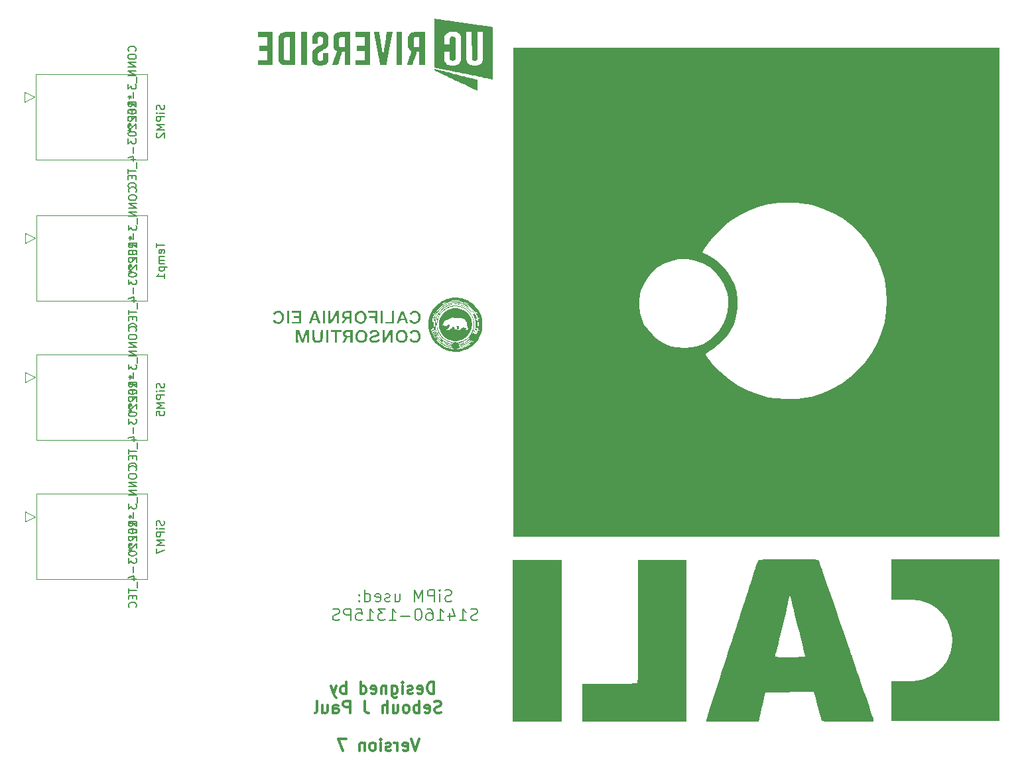
<source format=gbr>
%TF.GenerationSoftware,KiCad,Pcbnew,(6.0.8-1)-1*%
%TF.CreationDate,2023-09-21T15:44:45-04:00*%
%TF.ProjectId,Untitled,556e7469-746c-4656-942e-6b696361645f,rev?*%
%TF.SameCoordinates,Original*%
%TF.FileFunction,Legend,Bot*%
%TF.FilePolarity,Positive*%
%FSLAX46Y46*%
G04 Gerber Fmt 4.6, Leading zero omitted, Abs format (unit mm)*
G04 Created by KiCad (PCBNEW (6.0.8-1)-1) date 2023-09-21 15:44:45*
%MOMM*%
%LPD*%
G01*
G04 APERTURE LIST*
%ADD10C,0.150000*%
%ADD11C,0.300000*%
%ADD12C,0.120000*%
G04 APERTURE END LIST*
D10*
X63204761Y-99149996D02*
X63252380Y-99292853D01*
X63252380Y-99530948D01*
X63204761Y-99626186D01*
X63157142Y-99673805D01*
X63061904Y-99721425D01*
X62966666Y-99721425D01*
X62871428Y-99673805D01*
X62823809Y-99626186D01*
X62776190Y-99530948D01*
X62728571Y-99340472D01*
X62680952Y-99245234D01*
X62633333Y-99197615D01*
X62538095Y-99149996D01*
X62442857Y-99149996D01*
X62347619Y-99197615D01*
X62300000Y-99245234D01*
X62252380Y-99340472D01*
X62252380Y-99578567D01*
X62300000Y-99721425D01*
X63252380Y-100149996D02*
X62585714Y-100149996D01*
X62252380Y-100149996D02*
X62300000Y-100102377D01*
X62347619Y-100149996D01*
X62300000Y-100197615D01*
X62252380Y-100149996D01*
X62347619Y-100149996D01*
X63252380Y-100626186D02*
X62252380Y-100626186D01*
X62252380Y-101007139D01*
X62300000Y-101102377D01*
X62347619Y-101149996D01*
X62442857Y-101197615D01*
X62585714Y-101197615D01*
X62680952Y-101149996D01*
X62728571Y-101102377D01*
X62776190Y-101007139D01*
X62776190Y-100626186D01*
X63252380Y-101626186D02*
X62252380Y-101626186D01*
X62966666Y-101959520D01*
X62252380Y-102292853D01*
X63252380Y-102292853D01*
X62252380Y-102673805D02*
X62252380Y-103340472D01*
X63252380Y-102911901D01*
X63204761Y-46049999D02*
X63252380Y-46192856D01*
X63252380Y-46430951D01*
X63204761Y-46526189D01*
X63157142Y-46573808D01*
X63061904Y-46621428D01*
X62966666Y-46621428D01*
X62871428Y-46573808D01*
X62823809Y-46526189D01*
X62776190Y-46430951D01*
X62728571Y-46240475D01*
X62680952Y-46145237D01*
X62633333Y-46097618D01*
X62538095Y-46049999D01*
X62442857Y-46049999D01*
X62347619Y-46097618D01*
X62300000Y-46145237D01*
X62252380Y-46240475D01*
X62252380Y-46478570D01*
X62300000Y-46621428D01*
X63252380Y-47049999D02*
X62585714Y-47049999D01*
X62252380Y-47049999D02*
X62300000Y-47002380D01*
X62347619Y-47049999D01*
X62300000Y-47097618D01*
X62252380Y-47049999D01*
X62347619Y-47049999D01*
X63252380Y-47526189D02*
X62252380Y-47526189D01*
X62252380Y-47907142D01*
X62300000Y-48002380D01*
X62347619Y-48049999D01*
X62442857Y-48097618D01*
X62585714Y-48097618D01*
X62680952Y-48049999D01*
X62728571Y-48002380D01*
X62776190Y-47907142D01*
X62776190Y-47526189D01*
X63252380Y-48526189D02*
X62252380Y-48526189D01*
X62966666Y-48859523D01*
X62252380Y-49192856D01*
X63252380Y-49192856D01*
X62347619Y-49621428D02*
X62300000Y-49669047D01*
X62252380Y-49764285D01*
X62252380Y-50002380D01*
X62300000Y-50097618D01*
X62347619Y-50145237D01*
X62442857Y-50192856D01*
X62538095Y-50192856D01*
X62680952Y-50145237D01*
X63252380Y-49573808D01*
X63252380Y-50192856D01*
X99928571Y-109399642D02*
X99714285Y-109471071D01*
X99357142Y-109471071D01*
X99214285Y-109399642D01*
X99142857Y-109328214D01*
X99071428Y-109185357D01*
X99071428Y-109042500D01*
X99142857Y-108899642D01*
X99214285Y-108828214D01*
X99357142Y-108756785D01*
X99642857Y-108685357D01*
X99785714Y-108613928D01*
X99857142Y-108542500D01*
X99928571Y-108399642D01*
X99928571Y-108256785D01*
X99857142Y-108113928D01*
X99785714Y-108042500D01*
X99642857Y-107971071D01*
X99285714Y-107971071D01*
X99071428Y-108042500D01*
X98428571Y-109471071D02*
X98428571Y-108471071D01*
X98428571Y-107971071D02*
X98500000Y-108042500D01*
X98428571Y-108113928D01*
X98357142Y-108042500D01*
X98428571Y-107971071D01*
X98428571Y-108113928D01*
X97714285Y-109471071D02*
X97714285Y-107971071D01*
X97142857Y-107971071D01*
X97000000Y-108042500D01*
X96928571Y-108113928D01*
X96857142Y-108256785D01*
X96857142Y-108471071D01*
X96928571Y-108613928D01*
X97000000Y-108685357D01*
X97142857Y-108756785D01*
X97714285Y-108756785D01*
X96214285Y-109471071D02*
X96214285Y-107971071D01*
X95714285Y-109042500D01*
X95214285Y-107971071D01*
X95214285Y-109471071D01*
X92714285Y-108471071D02*
X92714285Y-109471071D01*
X93357142Y-108471071D02*
X93357142Y-109256785D01*
X93285714Y-109399642D01*
X93142857Y-109471071D01*
X92928571Y-109471071D01*
X92785714Y-109399642D01*
X92714285Y-109328214D01*
X92071428Y-109399642D02*
X91928571Y-109471071D01*
X91642857Y-109471071D01*
X91500000Y-109399642D01*
X91428571Y-109256785D01*
X91428571Y-109185357D01*
X91500000Y-109042500D01*
X91642857Y-108971071D01*
X91857142Y-108971071D01*
X92000000Y-108899642D01*
X92071428Y-108756785D01*
X92071428Y-108685357D01*
X92000000Y-108542500D01*
X91857142Y-108471071D01*
X91642857Y-108471071D01*
X91500000Y-108542500D01*
X90214285Y-109399642D02*
X90357142Y-109471071D01*
X90642857Y-109471071D01*
X90785714Y-109399642D01*
X90857142Y-109256785D01*
X90857142Y-108685357D01*
X90785714Y-108542500D01*
X90642857Y-108471071D01*
X90357142Y-108471071D01*
X90214285Y-108542500D01*
X90142857Y-108685357D01*
X90142857Y-108828214D01*
X90857142Y-108971071D01*
X88857142Y-109471071D02*
X88857142Y-107971071D01*
X88857142Y-109399642D02*
X89000000Y-109471071D01*
X89285714Y-109471071D01*
X89428571Y-109399642D01*
X89500000Y-109328214D01*
X89571428Y-109185357D01*
X89571428Y-108756785D01*
X89500000Y-108613928D01*
X89428571Y-108542500D01*
X89285714Y-108471071D01*
X89000000Y-108471071D01*
X88857142Y-108542500D01*
X88142857Y-109328214D02*
X88071428Y-109399642D01*
X88142857Y-109471071D01*
X88214285Y-109399642D01*
X88142857Y-109328214D01*
X88142857Y-109471071D01*
X88142857Y-108542500D02*
X88071428Y-108613928D01*
X88142857Y-108685357D01*
X88214285Y-108613928D01*
X88142857Y-108542500D01*
X88142857Y-108685357D01*
X103250000Y-111814642D02*
X103035714Y-111886071D01*
X102678571Y-111886071D01*
X102535714Y-111814642D01*
X102464285Y-111743214D01*
X102392857Y-111600357D01*
X102392857Y-111457500D01*
X102464285Y-111314642D01*
X102535714Y-111243214D01*
X102678571Y-111171785D01*
X102964285Y-111100357D01*
X103107142Y-111028928D01*
X103178571Y-110957500D01*
X103250000Y-110814642D01*
X103250000Y-110671785D01*
X103178571Y-110528928D01*
X103107142Y-110457500D01*
X102964285Y-110386071D01*
X102607142Y-110386071D01*
X102392857Y-110457500D01*
X100964285Y-111886071D02*
X101821428Y-111886071D01*
X101392857Y-111886071D02*
X101392857Y-110386071D01*
X101535714Y-110600357D01*
X101678571Y-110743214D01*
X101821428Y-110814642D01*
X99678571Y-110886071D02*
X99678571Y-111886071D01*
X100035714Y-110314642D02*
X100392857Y-111386071D01*
X99464285Y-111386071D01*
X98107142Y-111886071D02*
X98964285Y-111886071D01*
X98535714Y-111886071D02*
X98535714Y-110386071D01*
X98678571Y-110600357D01*
X98821428Y-110743214D01*
X98964285Y-110814642D01*
X96821428Y-110386071D02*
X97107142Y-110386071D01*
X97250000Y-110457500D01*
X97321428Y-110528928D01*
X97464285Y-110743214D01*
X97535714Y-111028928D01*
X97535714Y-111600357D01*
X97464285Y-111743214D01*
X97392857Y-111814642D01*
X97250000Y-111886071D01*
X96964285Y-111886071D01*
X96821428Y-111814642D01*
X96750000Y-111743214D01*
X96678571Y-111600357D01*
X96678571Y-111243214D01*
X96750000Y-111100357D01*
X96821428Y-111028928D01*
X96964285Y-110957500D01*
X97250000Y-110957500D01*
X97392857Y-111028928D01*
X97464285Y-111100357D01*
X97535714Y-111243214D01*
X95750000Y-110386071D02*
X95607142Y-110386071D01*
X95464285Y-110457500D01*
X95392857Y-110528928D01*
X95321428Y-110671785D01*
X95250000Y-110957500D01*
X95250000Y-111314642D01*
X95321428Y-111600357D01*
X95392857Y-111743214D01*
X95464285Y-111814642D01*
X95607142Y-111886071D01*
X95750000Y-111886071D01*
X95892857Y-111814642D01*
X95964285Y-111743214D01*
X96035714Y-111600357D01*
X96107142Y-111314642D01*
X96107142Y-110957500D01*
X96035714Y-110671785D01*
X95964285Y-110528928D01*
X95892857Y-110457500D01*
X95750000Y-110386071D01*
X94607142Y-111314642D02*
X93464285Y-111314642D01*
X91964285Y-111886071D02*
X92821428Y-111886071D01*
X92392857Y-111886071D02*
X92392857Y-110386071D01*
X92535714Y-110600357D01*
X92678571Y-110743214D01*
X92821428Y-110814642D01*
X91464285Y-110386071D02*
X90535714Y-110386071D01*
X91035714Y-110957500D01*
X90821428Y-110957500D01*
X90678571Y-111028928D01*
X90607142Y-111100357D01*
X90535714Y-111243214D01*
X90535714Y-111600357D01*
X90607142Y-111743214D01*
X90678571Y-111814642D01*
X90821428Y-111886071D01*
X91250000Y-111886071D01*
X91392857Y-111814642D01*
X91464285Y-111743214D01*
X89107142Y-111886071D02*
X89964285Y-111886071D01*
X89535714Y-111886071D02*
X89535714Y-110386071D01*
X89678571Y-110600357D01*
X89821428Y-110743214D01*
X89964285Y-110814642D01*
X87750000Y-110386071D02*
X88464285Y-110386071D01*
X88535714Y-111100357D01*
X88464285Y-111028928D01*
X88321428Y-110957500D01*
X87964285Y-110957500D01*
X87821428Y-111028928D01*
X87750000Y-111100357D01*
X87678571Y-111243214D01*
X87678571Y-111600357D01*
X87750000Y-111743214D01*
X87821428Y-111814642D01*
X87964285Y-111886071D01*
X88321428Y-111886071D01*
X88464285Y-111814642D01*
X88535714Y-111743214D01*
X87035714Y-111886071D02*
X87035714Y-110386071D01*
X86464285Y-110386071D01*
X86321428Y-110457500D01*
X86250000Y-110528928D01*
X86178571Y-110671785D01*
X86178571Y-110886071D01*
X86250000Y-111028928D01*
X86321428Y-111100357D01*
X86464285Y-111171785D01*
X87035714Y-111171785D01*
X85607142Y-111814642D02*
X85392857Y-111886071D01*
X85035714Y-111886071D01*
X84892857Y-111814642D01*
X84821428Y-111743214D01*
X84750000Y-111600357D01*
X84750000Y-111457500D01*
X84821428Y-111314642D01*
X84892857Y-111243214D01*
X85035714Y-111171785D01*
X85321428Y-111100357D01*
X85464285Y-111028928D01*
X85535714Y-110957500D01*
X85607142Y-110814642D01*
X85607142Y-110671785D01*
X85535714Y-110528928D01*
X85464285Y-110457500D01*
X85321428Y-110386071D01*
X84964285Y-110386071D01*
X84750000Y-110457500D01*
D11*
X97671428Y-121256071D02*
X97671428Y-119756071D01*
X97314285Y-119756071D01*
X97100000Y-119827500D01*
X96957142Y-119970357D01*
X96885714Y-120113214D01*
X96814285Y-120398928D01*
X96814285Y-120613214D01*
X96885714Y-120898928D01*
X96957142Y-121041785D01*
X97100000Y-121184642D01*
X97314285Y-121256071D01*
X97671428Y-121256071D01*
X95600000Y-121184642D02*
X95742857Y-121256071D01*
X96028571Y-121256071D01*
X96171428Y-121184642D01*
X96242857Y-121041785D01*
X96242857Y-120470357D01*
X96171428Y-120327500D01*
X96028571Y-120256071D01*
X95742857Y-120256071D01*
X95600000Y-120327500D01*
X95528571Y-120470357D01*
X95528571Y-120613214D01*
X96242857Y-120756071D01*
X94957142Y-121184642D02*
X94814285Y-121256071D01*
X94528571Y-121256071D01*
X94385714Y-121184642D01*
X94314285Y-121041785D01*
X94314285Y-120970357D01*
X94385714Y-120827500D01*
X94528571Y-120756071D01*
X94742857Y-120756071D01*
X94885714Y-120684642D01*
X94957142Y-120541785D01*
X94957142Y-120470357D01*
X94885714Y-120327500D01*
X94742857Y-120256071D01*
X94528571Y-120256071D01*
X94385714Y-120327500D01*
X93671428Y-121256071D02*
X93671428Y-120256071D01*
X93671428Y-119756071D02*
X93742857Y-119827500D01*
X93671428Y-119898928D01*
X93600000Y-119827500D01*
X93671428Y-119756071D01*
X93671428Y-119898928D01*
X92314285Y-120256071D02*
X92314285Y-121470357D01*
X92385714Y-121613214D01*
X92457142Y-121684642D01*
X92600000Y-121756071D01*
X92814285Y-121756071D01*
X92957142Y-121684642D01*
X92314285Y-121184642D02*
X92457142Y-121256071D01*
X92742857Y-121256071D01*
X92885714Y-121184642D01*
X92957142Y-121113214D01*
X93028571Y-120970357D01*
X93028571Y-120541785D01*
X92957142Y-120398928D01*
X92885714Y-120327500D01*
X92742857Y-120256071D01*
X92457142Y-120256071D01*
X92314285Y-120327500D01*
X91600000Y-120256071D02*
X91600000Y-121256071D01*
X91600000Y-120398928D02*
X91528571Y-120327500D01*
X91385714Y-120256071D01*
X91171428Y-120256071D01*
X91028571Y-120327500D01*
X90957142Y-120470357D01*
X90957142Y-121256071D01*
X89671428Y-121184642D02*
X89814285Y-121256071D01*
X90100000Y-121256071D01*
X90242857Y-121184642D01*
X90314285Y-121041785D01*
X90314285Y-120470357D01*
X90242857Y-120327500D01*
X90100000Y-120256071D01*
X89814285Y-120256071D01*
X89671428Y-120327500D01*
X89600000Y-120470357D01*
X89600000Y-120613214D01*
X90314285Y-120756071D01*
X88314285Y-121256071D02*
X88314285Y-119756071D01*
X88314285Y-121184642D02*
X88457142Y-121256071D01*
X88742857Y-121256071D01*
X88885714Y-121184642D01*
X88957142Y-121113214D01*
X89028571Y-120970357D01*
X89028571Y-120541785D01*
X88957142Y-120398928D01*
X88885714Y-120327500D01*
X88742857Y-120256071D01*
X88457142Y-120256071D01*
X88314285Y-120327500D01*
X86457142Y-121256071D02*
X86457142Y-119756071D01*
X86457142Y-120327500D02*
X86314285Y-120256071D01*
X86028571Y-120256071D01*
X85885714Y-120327500D01*
X85814285Y-120398928D01*
X85742857Y-120541785D01*
X85742857Y-120970357D01*
X85814285Y-121113214D01*
X85885714Y-121184642D01*
X86028571Y-121256071D01*
X86314285Y-121256071D01*
X86457142Y-121184642D01*
X85242857Y-120256071D02*
X84885714Y-121256071D01*
X84528571Y-120256071D02*
X84885714Y-121256071D01*
X85028571Y-121613214D01*
X85100000Y-121684642D01*
X85242857Y-121756071D01*
X98600000Y-123599642D02*
X98385714Y-123671071D01*
X98028571Y-123671071D01*
X97885714Y-123599642D01*
X97814285Y-123528214D01*
X97742857Y-123385357D01*
X97742857Y-123242500D01*
X97814285Y-123099642D01*
X97885714Y-123028214D01*
X98028571Y-122956785D01*
X98314285Y-122885357D01*
X98457142Y-122813928D01*
X98528571Y-122742500D01*
X98600000Y-122599642D01*
X98600000Y-122456785D01*
X98528571Y-122313928D01*
X98457142Y-122242500D01*
X98314285Y-122171071D01*
X97957142Y-122171071D01*
X97742857Y-122242500D01*
X96528571Y-123599642D02*
X96671428Y-123671071D01*
X96957142Y-123671071D01*
X97100000Y-123599642D01*
X97171428Y-123456785D01*
X97171428Y-122885357D01*
X97100000Y-122742500D01*
X96957142Y-122671071D01*
X96671428Y-122671071D01*
X96528571Y-122742500D01*
X96457142Y-122885357D01*
X96457142Y-123028214D01*
X97171428Y-123171071D01*
X95814285Y-123671071D02*
X95814285Y-122171071D01*
X95814285Y-122742500D02*
X95671428Y-122671071D01*
X95385714Y-122671071D01*
X95242857Y-122742500D01*
X95171428Y-122813928D01*
X95100000Y-122956785D01*
X95100000Y-123385357D01*
X95171428Y-123528214D01*
X95242857Y-123599642D01*
X95385714Y-123671071D01*
X95671428Y-123671071D01*
X95814285Y-123599642D01*
X94242857Y-123671071D02*
X94385714Y-123599642D01*
X94457142Y-123528214D01*
X94528571Y-123385357D01*
X94528571Y-122956785D01*
X94457142Y-122813928D01*
X94385714Y-122742500D01*
X94242857Y-122671071D01*
X94028571Y-122671071D01*
X93885714Y-122742500D01*
X93814285Y-122813928D01*
X93742857Y-122956785D01*
X93742857Y-123385357D01*
X93814285Y-123528214D01*
X93885714Y-123599642D01*
X94028571Y-123671071D01*
X94242857Y-123671071D01*
X92457142Y-122671071D02*
X92457142Y-123671071D01*
X93100000Y-122671071D02*
X93100000Y-123456785D01*
X93028571Y-123599642D01*
X92885714Y-123671071D01*
X92671428Y-123671071D01*
X92528571Y-123599642D01*
X92457142Y-123528214D01*
X91742857Y-123671071D02*
X91742857Y-122171071D01*
X91100000Y-123671071D02*
X91100000Y-122885357D01*
X91171428Y-122742500D01*
X91314285Y-122671071D01*
X91528571Y-122671071D01*
X91671428Y-122742500D01*
X91742857Y-122813928D01*
X88814285Y-122171071D02*
X88814285Y-123242500D01*
X88885714Y-123456785D01*
X89028571Y-123599642D01*
X89242857Y-123671071D01*
X89385714Y-123671071D01*
X86957142Y-123671071D02*
X86957142Y-122171071D01*
X86385714Y-122171071D01*
X86242857Y-122242500D01*
X86171428Y-122313928D01*
X86100000Y-122456785D01*
X86100000Y-122671071D01*
X86171428Y-122813928D01*
X86242857Y-122885357D01*
X86385714Y-122956785D01*
X86957142Y-122956785D01*
X84814285Y-123671071D02*
X84814285Y-122885357D01*
X84885714Y-122742500D01*
X85028571Y-122671071D01*
X85314285Y-122671071D01*
X85457142Y-122742500D01*
X84814285Y-123599642D02*
X84957142Y-123671071D01*
X85314285Y-123671071D01*
X85457142Y-123599642D01*
X85528571Y-123456785D01*
X85528571Y-123313928D01*
X85457142Y-123171071D01*
X85314285Y-123099642D01*
X84957142Y-123099642D01*
X84814285Y-123028214D01*
X83457142Y-122671071D02*
X83457142Y-123671071D01*
X84100000Y-122671071D02*
X84100000Y-123456785D01*
X84028571Y-123599642D01*
X83885714Y-123671071D01*
X83671428Y-123671071D01*
X83528571Y-123599642D01*
X83457142Y-123528214D01*
X82528571Y-123671071D02*
X82671428Y-123599642D01*
X82742857Y-123456785D01*
X82742857Y-122171071D01*
X95814285Y-127001071D02*
X95314285Y-128501071D01*
X94814285Y-127001071D01*
X93742857Y-128429642D02*
X93885714Y-128501071D01*
X94171428Y-128501071D01*
X94314285Y-128429642D01*
X94385714Y-128286785D01*
X94385714Y-127715357D01*
X94314285Y-127572500D01*
X94171428Y-127501071D01*
X93885714Y-127501071D01*
X93742857Y-127572500D01*
X93671428Y-127715357D01*
X93671428Y-127858214D01*
X94385714Y-128001071D01*
X93028571Y-128501071D02*
X93028571Y-127501071D01*
X93028571Y-127786785D02*
X92957142Y-127643928D01*
X92885714Y-127572500D01*
X92742857Y-127501071D01*
X92600000Y-127501071D01*
X92171428Y-128429642D02*
X92028571Y-128501071D01*
X91742857Y-128501071D01*
X91600000Y-128429642D01*
X91528571Y-128286785D01*
X91528571Y-128215357D01*
X91600000Y-128072500D01*
X91742857Y-128001071D01*
X91957142Y-128001071D01*
X92100000Y-127929642D01*
X92171428Y-127786785D01*
X92171428Y-127715357D01*
X92100000Y-127572500D01*
X91957142Y-127501071D01*
X91742857Y-127501071D01*
X91600000Y-127572500D01*
X90885714Y-128501071D02*
X90885714Y-127501071D01*
X90885714Y-127001071D02*
X90957142Y-127072500D01*
X90885714Y-127143928D01*
X90814285Y-127072500D01*
X90885714Y-127001071D01*
X90885714Y-127143928D01*
X89957142Y-128501071D02*
X90100000Y-128429642D01*
X90171428Y-128358214D01*
X90242857Y-128215357D01*
X90242857Y-127786785D01*
X90171428Y-127643928D01*
X90100000Y-127572500D01*
X89957142Y-127501071D01*
X89742857Y-127501071D01*
X89600000Y-127572500D01*
X89528571Y-127643928D01*
X89457142Y-127786785D01*
X89457142Y-128215357D01*
X89528571Y-128358214D01*
X89600000Y-128429642D01*
X89742857Y-128501071D01*
X89957142Y-128501071D01*
X88814285Y-127501071D02*
X88814285Y-128501071D01*
X88814285Y-127643928D02*
X88742857Y-127572500D01*
X88600000Y-127501071D01*
X88385714Y-127501071D01*
X88242857Y-127572500D01*
X88171428Y-127715357D01*
X88171428Y-128501071D01*
X86457142Y-127001071D02*
X85457142Y-127001071D01*
X86100000Y-128501071D01*
D10*
X63204761Y-81592854D02*
X63252380Y-81735711D01*
X63252380Y-81973806D01*
X63204761Y-82069044D01*
X63157142Y-82116663D01*
X63061904Y-82164283D01*
X62966666Y-82164283D01*
X62871428Y-82116663D01*
X62823809Y-82069044D01*
X62776190Y-81973806D01*
X62728571Y-81783330D01*
X62680952Y-81688092D01*
X62633333Y-81640473D01*
X62538095Y-81592854D01*
X62442857Y-81592854D01*
X62347619Y-81640473D01*
X62300000Y-81688092D01*
X62252380Y-81783330D01*
X62252380Y-82021425D01*
X62300000Y-82164283D01*
X63252380Y-82592854D02*
X62585714Y-82592854D01*
X62252380Y-82592854D02*
X62300000Y-82545235D01*
X62347619Y-82592854D01*
X62300000Y-82640473D01*
X62252380Y-82592854D01*
X62347619Y-82592854D01*
X63252380Y-83069044D02*
X62252380Y-83069044D01*
X62252380Y-83449997D01*
X62300000Y-83545235D01*
X62347619Y-83592854D01*
X62442857Y-83640473D01*
X62585714Y-83640473D01*
X62680952Y-83592854D01*
X62728571Y-83545235D01*
X62776190Y-83449997D01*
X62776190Y-83069044D01*
X63252380Y-84069044D02*
X62252380Y-84069044D01*
X62966666Y-84402378D01*
X62252380Y-84735711D01*
X63252380Y-84735711D01*
X62252380Y-85688092D02*
X62252380Y-85211902D01*
X62728571Y-85164283D01*
X62680952Y-85211902D01*
X62633333Y-85307140D01*
X62633333Y-85545235D01*
X62680952Y-85640473D01*
X62728571Y-85688092D01*
X62823809Y-85735711D01*
X63061904Y-85735711D01*
X63157142Y-85688092D01*
X63204761Y-85640473D01*
X63252380Y-85545235D01*
X63252380Y-85307140D01*
X63204761Y-85211902D01*
X63157142Y-85164283D01*
X62252380Y-63654760D02*
X62252380Y-64226188D01*
X63252380Y-63940474D02*
X62252380Y-63940474D01*
X63204761Y-64940474D02*
X63252380Y-64845236D01*
X63252380Y-64654760D01*
X63204761Y-64559522D01*
X63109523Y-64511903D01*
X62728571Y-64511903D01*
X62633333Y-64559522D01*
X62585714Y-64654760D01*
X62585714Y-64845236D01*
X62633333Y-64940474D01*
X62728571Y-64988093D01*
X62823809Y-64988093D01*
X62919047Y-64511903D01*
X63252380Y-65416664D02*
X62585714Y-65416664D01*
X62680952Y-65416664D02*
X62633333Y-65464284D01*
X62585714Y-65559522D01*
X62585714Y-65702379D01*
X62633333Y-65797617D01*
X62728571Y-65845236D01*
X63252380Y-65845236D01*
X62728571Y-65845236D02*
X62633333Y-65892855D01*
X62585714Y-65988093D01*
X62585714Y-66130950D01*
X62633333Y-66226188D01*
X62728571Y-66273807D01*
X63252380Y-66273807D01*
X62585714Y-66749998D02*
X63585714Y-66749998D01*
X62633333Y-66749998D02*
X62585714Y-66845236D01*
X62585714Y-67035712D01*
X62633333Y-67130950D01*
X62680952Y-67178569D01*
X62776190Y-67226188D01*
X63061904Y-67226188D01*
X63157142Y-67178569D01*
X63204761Y-67130950D01*
X63252380Y-67035712D01*
X63252380Y-66845236D01*
X63204761Y-66749998D01*
X63252380Y-68178569D02*
X63252380Y-67607141D01*
X63252380Y-67892855D02*
X62252380Y-67892855D01*
X62395238Y-67797617D01*
X62490476Y-67702379D01*
X62538095Y-67607141D01*
%TO.C,REF\u002A\u002A*%
X59702480Y-82019166D02*
X59226290Y-81685833D01*
X59702480Y-81447738D02*
X58702480Y-81447738D01*
X58702480Y-81828690D01*
X58750100Y-81923928D01*
X58797719Y-81971547D01*
X58892957Y-82019166D01*
X59035814Y-82019166D01*
X59131052Y-81971547D01*
X59178671Y-81923928D01*
X59226290Y-81828690D01*
X59226290Y-81447738D01*
X59178671Y-82447738D02*
X59178671Y-82781071D01*
X59702480Y-82923928D02*
X59702480Y-82447738D01*
X58702480Y-82447738D01*
X58702480Y-82923928D01*
X59178671Y-83685833D02*
X59178671Y-83352500D01*
X59702480Y-83352500D02*
X58702480Y-83352500D01*
X58702480Y-83828690D01*
X58702480Y-84352500D02*
X58940576Y-84352500D01*
X58845338Y-84114404D02*
X58940576Y-84352500D01*
X58845338Y-84590595D01*
X59131052Y-84209642D02*
X58940576Y-84352500D01*
X59131052Y-84495357D01*
X58702480Y-85114404D02*
X58940576Y-85114404D01*
X58845338Y-84876309D02*
X58940576Y-85114404D01*
X58845338Y-85352500D01*
X59131052Y-84971547D02*
X58940576Y-85114404D01*
X59131052Y-85257261D01*
X59607242Y-74947738D02*
X59654861Y-74900119D01*
X59702480Y-74757261D01*
X59702480Y-74662023D01*
X59654861Y-74519166D01*
X59559623Y-74423928D01*
X59464385Y-74376309D01*
X59273909Y-74328690D01*
X59131052Y-74328690D01*
X58940576Y-74376309D01*
X58845338Y-74423928D01*
X58750100Y-74519166D01*
X58702480Y-74662023D01*
X58702480Y-74757261D01*
X58750100Y-74900119D01*
X58797719Y-74947738D01*
X58702480Y-75566785D02*
X58702480Y-75757261D01*
X58750100Y-75852500D01*
X58845338Y-75947738D01*
X59035814Y-75995357D01*
X59369147Y-75995357D01*
X59559623Y-75947738D01*
X59654861Y-75852500D01*
X59702480Y-75757261D01*
X59702480Y-75566785D01*
X59654861Y-75471547D01*
X59559623Y-75376309D01*
X59369147Y-75328690D01*
X59035814Y-75328690D01*
X58845338Y-75376309D01*
X58750100Y-75471547D01*
X58702480Y-75566785D01*
X59702480Y-76423928D02*
X58702480Y-76423928D01*
X59702480Y-76995357D01*
X58702480Y-76995357D01*
X59702480Y-77471547D02*
X58702480Y-77471547D01*
X59702480Y-78042976D01*
X58702480Y-78042976D01*
X59797719Y-78281071D02*
X59797719Y-79042976D01*
X58702480Y-79185833D02*
X58702480Y-79804880D01*
X59083433Y-79471547D01*
X59083433Y-79614404D01*
X59131052Y-79709642D01*
X59178671Y-79757261D01*
X59273909Y-79804880D01*
X59512004Y-79804880D01*
X59607242Y-79757261D01*
X59654861Y-79709642D01*
X59702480Y-79614404D01*
X59702480Y-79328690D01*
X59654861Y-79233452D01*
X59607242Y-79185833D01*
X59321528Y-80233452D02*
X59321528Y-80995357D01*
X59702480Y-81995357D02*
X59702480Y-81423928D01*
X59702480Y-81709642D02*
X58702480Y-81709642D01*
X58845338Y-81614404D01*
X58940576Y-81519166D01*
X58988195Y-81423928D01*
X58702480Y-82614404D02*
X58702480Y-82709642D01*
X58750100Y-82804880D01*
X58797719Y-82852500D01*
X58892957Y-82900119D01*
X59083433Y-82947738D01*
X59321528Y-82947738D01*
X59512004Y-82900119D01*
X59607242Y-82852500D01*
X59654861Y-82804880D01*
X59702480Y-82709642D01*
X59702480Y-82614404D01*
X59654861Y-82519166D01*
X59607242Y-82471547D01*
X59512004Y-82423928D01*
X59321528Y-82376309D01*
X59083433Y-82376309D01*
X58892957Y-82423928D01*
X58797719Y-82471547D01*
X58750100Y-82519166D01*
X58702480Y-82614404D01*
X58797719Y-83328690D02*
X58750100Y-83376309D01*
X58702480Y-83471547D01*
X58702480Y-83709642D01*
X58750100Y-83804880D01*
X58797719Y-83852500D01*
X58892957Y-83900119D01*
X58988195Y-83900119D01*
X59131052Y-83852500D01*
X59702480Y-83281071D01*
X59702480Y-83900119D01*
X58797719Y-84281071D02*
X58750100Y-84328690D01*
X58702480Y-84423928D01*
X58702480Y-84662023D01*
X58750100Y-84757261D01*
X58797719Y-84804880D01*
X58892957Y-84852500D01*
X58988195Y-84852500D01*
X59131052Y-84804880D01*
X59702480Y-84233452D01*
X59702480Y-84852500D01*
X58702480Y-85471547D02*
X58702480Y-85566785D01*
X58750100Y-85662023D01*
X58797719Y-85709642D01*
X58892957Y-85757261D01*
X59083433Y-85804880D01*
X59321528Y-85804880D01*
X59512004Y-85757261D01*
X59607242Y-85709642D01*
X59654861Y-85662023D01*
X59702480Y-85566785D01*
X59702480Y-85471547D01*
X59654861Y-85376309D01*
X59607242Y-85328690D01*
X59512004Y-85281071D01*
X59321528Y-85233452D01*
X59083433Y-85233452D01*
X58892957Y-85281071D01*
X58797719Y-85328690D01*
X58750100Y-85376309D01*
X58702480Y-85471547D01*
X58702480Y-86138214D02*
X58702480Y-86757261D01*
X59083433Y-86423928D01*
X59083433Y-86566785D01*
X59131052Y-86662023D01*
X59178671Y-86709642D01*
X59273909Y-86757261D01*
X59512004Y-86757261D01*
X59607242Y-86709642D01*
X59654861Y-86662023D01*
X59702480Y-86566785D01*
X59702480Y-86281071D01*
X59654861Y-86185833D01*
X59607242Y-86138214D01*
X59321528Y-87185833D02*
X59321528Y-87947738D01*
X59035814Y-88852500D02*
X59702480Y-88852500D01*
X58654861Y-88614404D02*
X59369147Y-88376309D01*
X59369147Y-88995357D01*
X59797719Y-89138214D02*
X59797719Y-89900119D01*
X58702480Y-89995357D02*
X58702480Y-90566785D01*
X59702480Y-90281071D02*
X58702480Y-90281071D01*
X59178671Y-90900119D02*
X59178671Y-91233452D01*
X59702480Y-91376309D02*
X59702480Y-90900119D01*
X58702480Y-90900119D01*
X58702480Y-91376309D01*
X59607242Y-92376309D02*
X59654861Y-92328690D01*
X59702480Y-92185833D01*
X59702480Y-92090595D01*
X59654861Y-91947738D01*
X59559623Y-91852500D01*
X59464385Y-91804880D01*
X59273909Y-91757261D01*
X59131052Y-91757261D01*
X58940576Y-91804880D01*
X58845338Y-91852500D01*
X58750100Y-91947738D01*
X58702480Y-92090595D01*
X58702480Y-92185833D01*
X58750100Y-92328690D01*
X58797719Y-92376309D01*
X58702480Y-80812500D02*
X58940576Y-80812500D01*
X58845338Y-80574404D02*
X58940576Y-80812500D01*
X58845338Y-81050595D01*
X59131052Y-80669642D02*
X58940576Y-80812500D01*
X59131052Y-80955357D01*
X59652380Y-46206666D02*
X59176190Y-45873333D01*
X59652380Y-45635238D02*
X58652380Y-45635238D01*
X58652380Y-46016190D01*
X58700000Y-46111428D01*
X58747619Y-46159047D01*
X58842857Y-46206666D01*
X58985714Y-46206666D01*
X59080952Y-46159047D01*
X59128571Y-46111428D01*
X59176190Y-46016190D01*
X59176190Y-45635238D01*
X59128571Y-46635238D02*
X59128571Y-46968571D01*
X59652380Y-47111428D02*
X59652380Y-46635238D01*
X58652380Y-46635238D01*
X58652380Y-47111428D01*
X59128571Y-47873333D02*
X59128571Y-47540000D01*
X59652380Y-47540000D02*
X58652380Y-47540000D01*
X58652380Y-48016190D01*
X58652380Y-48540000D02*
X58890476Y-48540000D01*
X58795238Y-48301904D02*
X58890476Y-48540000D01*
X58795238Y-48778095D01*
X59080952Y-48397142D02*
X58890476Y-48540000D01*
X59080952Y-48682857D01*
X58652380Y-49301904D02*
X58890476Y-49301904D01*
X58795238Y-49063809D02*
X58890476Y-49301904D01*
X58795238Y-49540000D01*
X59080952Y-49159047D02*
X58890476Y-49301904D01*
X59080952Y-49444761D01*
X59557142Y-39135238D02*
X59604761Y-39087619D01*
X59652380Y-38944761D01*
X59652380Y-38849523D01*
X59604761Y-38706666D01*
X59509523Y-38611428D01*
X59414285Y-38563809D01*
X59223809Y-38516190D01*
X59080952Y-38516190D01*
X58890476Y-38563809D01*
X58795238Y-38611428D01*
X58700000Y-38706666D01*
X58652380Y-38849523D01*
X58652380Y-38944761D01*
X58700000Y-39087619D01*
X58747619Y-39135238D01*
X58652380Y-39754285D02*
X58652380Y-39944761D01*
X58700000Y-40040000D01*
X58795238Y-40135238D01*
X58985714Y-40182857D01*
X59319047Y-40182857D01*
X59509523Y-40135238D01*
X59604761Y-40040000D01*
X59652380Y-39944761D01*
X59652380Y-39754285D01*
X59604761Y-39659047D01*
X59509523Y-39563809D01*
X59319047Y-39516190D01*
X58985714Y-39516190D01*
X58795238Y-39563809D01*
X58700000Y-39659047D01*
X58652380Y-39754285D01*
X59652380Y-40611428D02*
X58652380Y-40611428D01*
X59652380Y-41182857D01*
X58652380Y-41182857D01*
X59652380Y-41659047D02*
X58652380Y-41659047D01*
X59652380Y-42230476D01*
X58652380Y-42230476D01*
X59747619Y-42468571D02*
X59747619Y-43230476D01*
X58652380Y-43373333D02*
X58652380Y-43992380D01*
X59033333Y-43659047D01*
X59033333Y-43801904D01*
X59080952Y-43897142D01*
X59128571Y-43944761D01*
X59223809Y-43992380D01*
X59461904Y-43992380D01*
X59557142Y-43944761D01*
X59604761Y-43897142D01*
X59652380Y-43801904D01*
X59652380Y-43516190D01*
X59604761Y-43420952D01*
X59557142Y-43373333D01*
X59271428Y-44420952D02*
X59271428Y-45182857D01*
X59652380Y-46182857D02*
X59652380Y-45611428D01*
X59652380Y-45897142D02*
X58652380Y-45897142D01*
X58795238Y-45801904D01*
X58890476Y-45706666D01*
X58938095Y-45611428D01*
X58652380Y-46801904D02*
X58652380Y-46897142D01*
X58700000Y-46992380D01*
X58747619Y-47040000D01*
X58842857Y-47087619D01*
X59033333Y-47135238D01*
X59271428Y-47135238D01*
X59461904Y-47087619D01*
X59557142Y-47040000D01*
X59604761Y-46992380D01*
X59652380Y-46897142D01*
X59652380Y-46801904D01*
X59604761Y-46706666D01*
X59557142Y-46659047D01*
X59461904Y-46611428D01*
X59271428Y-46563809D01*
X59033333Y-46563809D01*
X58842857Y-46611428D01*
X58747619Y-46659047D01*
X58700000Y-46706666D01*
X58652380Y-46801904D01*
X58747619Y-47516190D02*
X58700000Y-47563809D01*
X58652380Y-47659047D01*
X58652380Y-47897142D01*
X58700000Y-47992380D01*
X58747619Y-48040000D01*
X58842857Y-48087619D01*
X58938095Y-48087619D01*
X59080952Y-48040000D01*
X59652380Y-47468571D01*
X59652380Y-48087619D01*
X58747619Y-48468571D02*
X58700000Y-48516190D01*
X58652380Y-48611428D01*
X58652380Y-48849523D01*
X58700000Y-48944761D01*
X58747619Y-48992380D01*
X58842857Y-49039999D01*
X58938095Y-49039999D01*
X59080952Y-48992380D01*
X59652380Y-48420952D01*
X59652380Y-49039999D01*
X58652380Y-49659047D02*
X58652380Y-49754285D01*
X58700000Y-49849523D01*
X58747619Y-49897142D01*
X58842857Y-49944761D01*
X59033333Y-49992380D01*
X59271428Y-49992380D01*
X59461904Y-49944761D01*
X59557142Y-49897142D01*
X59604761Y-49849523D01*
X59652380Y-49754285D01*
X59652380Y-49659047D01*
X59604761Y-49563809D01*
X59557142Y-49516190D01*
X59461904Y-49468571D01*
X59271428Y-49420952D01*
X59033333Y-49420952D01*
X58842857Y-49468571D01*
X58747619Y-49516190D01*
X58700000Y-49563809D01*
X58652380Y-49659047D01*
X58652380Y-50325714D02*
X58652380Y-50944761D01*
X59033333Y-50611428D01*
X59033333Y-50754285D01*
X59080952Y-50849523D01*
X59128571Y-50897142D01*
X59223809Y-50944761D01*
X59461904Y-50944761D01*
X59557142Y-50897142D01*
X59604761Y-50849523D01*
X59652380Y-50754285D01*
X59652380Y-50468571D01*
X59604761Y-50373333D01*
X59557142Y-50325714D01*
X59271428Y-51373333D02*
X59271428Y-52135238D01*
X58985714Y-53039999D02*
X59652380Y-53039999D01*
X58604761Y-52801904D02*
X59319047Y-52563809D01*
X59319047Y-53182857D01*
X59747619Y-53325714D02*
X59747619Y-54087619D01*
X58652380Y-54182857D02*
X58652380Y-54754285D01*
X59652380Y-54468571D02*
X58652380Y-54468571D01*
X59128571Y-55087619D02*
X59128571Y-55420952D01*
X59652380Y-55563809D02*
X59652380Y-55087619D01*
X58652380Y-55087619D01*
X58652380Y-55563809D01*
X59557142Y-56563809D02*
X59604761Y-56516190D01*
X59652380Y-56373333D01*
X59652380Y-56278095D01*
X59604761Y-56135238D01*
X59509523Y-56039999D01*
X59414285Y-55992380D01*
X59223809Y-55944761D01*
X59080952Y-55944761D01*
X58890476Y-55992380D01*
X58795238Y-56039999D01*
X58700000Y-56135238D01*
X58652380Y-56278095D01*
X58652380Y-56373333D01*
X58700000Y-56516190D01*
X58747619Y-56563809D01*
X58652380Y-45000000D02*
X58890476Y-45000000D01*
X58795238Y-44761904D02*
X58890476Y-45000000D01*
X58795238Y-45238095D01*
X59080952Y-44857142D02*
X58890476Y-45000000D01*
X59080952Y-45142857D01*
X59702480Y-99819166D02*
X59226290Y-99485833D01*
X59702480Y-99247738D02*
X58702480Y-99247738D01*
X58702480Y-99628690D01*
X58750100Y-99723928D01*
X58797719Y-99771547D01*
X58892957Y-99819166D01*
X59035814Y-99819166D01*
X59131052Y-99771547D01*
X59178671Y-99723928D01*
X59226290Y-99628690D01*
X59226290Y-99247738D01*
X59178671Y-100247738D02*
X59178671Y-100581071D01*
X59702480Y-100723928D02*
X59702480Y-100247738D01*
X58702480Y-100247738D01*
X58702480Y-100723928D01*
X59178671Y-101485833D02*
X59178671Y-101152500D01*
X59702480Y-101152500D02*
X58702480Y-101152500D01*
X58702480Y-101628690D01*
X58702480Y-102152500D02*
X58940576Y-102152500D01*
X58845338Y-101914404D02*
X58940576Y-102152500D01*
X58845338Y-102390595D01*
X59131052Y-102009642D02*
X58940576Y-102152500D01*
X59131052Y-102295357D01*
X58702480Y-102914404D02*
X58940576Y-102914404D01*
X58845338Y-102676309D02*
X58940576Y-102914404D01*
X58845338Y-103152500D01*
X59131052Y-102771547D02*
X58940576Y-102914404D01*
X59131052Y-103057261D01*
X59607242Y-92747738D02*
X59654861Y-92700119D01*
X59702480Y-92557261D01*
X59702480Y-92462023D01*
X59654861Y-92319166D01*
X59559623Y-92223928D01*
X59464385Y-92176309D01*
X59273909Y-92128690D01*
X59131052Y-92128690D01*
X58940576Y-92176309D01*
X58845338Y-92223928D01*
X58750100Y-92319166D01*
X58702480Y-92462023D01*
X58702480Y-92557261D01*
X58750100Y-92700119D01*
X58797719Y-92747738D01*
X58702480Y-93366785D02*
X58702480Y-93557261D01*
X58750100Y-93652500D01*
X58845338Y-93747738D01*
X59035814Y-93795357D01*
X59369147Y-93795357D01*
X59559623Y-93747738D01*
X59654861Y-93652500D01*
X59702480Y-93557261D01*
X59702480Y-93366785D01*
X59654861Y-93271547D01*
X59559623Y-93176309D01*
X59369147Y-93128690D01*
X59035814Y-93128690D01*
X58845338Y-93176309D01*
X58750100Y-93271547D01*
X58702480Y-93366785D01*
X59702480Y-94223928D02*
X58702480Y-94223928D01*
X59702480Y-94795357D01*
X58702480Y-94795357D01*
X59702480Y-95271547D02*
X58702480Y-95271547D01*
X59702480Y-95842976D01*
X58702480Y-95842976D01*
X59797719Y-96081071D02*
X59797719Y-96842976D01*
X58702480Y-96985833D02*
X58702480Y-97604880D01*
X59083433Y-97271547D01*
X59083433Y-97414404D01*
X59131052Y-97509642D01*
X59178671Y-97557261D01*
X59273909Y-97604880D01*
X59512004Y-97604880D01*
X59607242Y-97557261D01*
X59654861Y-97509642D01*
X59702480Y-97414404D01*
X59702480Y-97128690D01*
X59654861Y-97033452D01*
X59607242Y-96985833D01*
X59321528Y-98033452D02*
X59321528Y-98795357D01*
X59702480Y-99795357D02*
X59702480Y-99223928D01*
X59702480Y-99509642D02*
X58702480Y-99509642D01*
X58845338Y-99414404D01*
X58940576Y-99319166D01*
X58988195Y-99223928D01*
X58702480Y-100414404D02*
X58702480Y-100509642D01*
X58750100Y-100604880D01*
X58797719Y-100652500D01*
X58892957Y-100700119D01*
X59083433Y-100747738D01*
X59321528Y-100747738D01*
X59512004Y-100700119D01*
X59607242Y-100652500D01*
X59654861Y-100604880D01*
X59702480Y-100509642D01*
X59702480Y-100414404D01*
X59654861Y-100319166D01*
X59607242Y-100271547D01*
X59512004Y-100223928D01*
X59321528Y-100176309D01*
X59083433Y-100176309D01*
X58892957Y-100223928D01*
X58797719Y-100271547D01*
X58750100Y-100319166D01*
X58702480Y-100414404D01*
X58797719Y-101128690D02*
X58750100Y-101176309D01*
X58702480Y-101271547D01*
X58702480Y-101509642D01*
X58750100Y-101604880D01*
X58797719Y-101652500D01*
X58892957Y-101700119D01*
X58988195Y-101700119D01*
X59131052Y-101652500D01*
X59702480Y-101081071D01*
X59702480Y-101700119D01*
X58797719Y-102081071D02*
X58750100Y-102128690D01*
X58702480Y-102223928D01*
X58702480Y-102462023D01*
X58750100Y-102557261D01*
X58797719Y-102604880D01*
X58892957Y-102652500D01*
X58988195Y-102652500D01*
X59131052Y-102604880D01*
X59702480Y-102033452D01*
X59702480Y-102652500D01*
X58702480Y-103271547D02*
X58702480Y-103366785D01*
X58750100Y-103462023D01*
X58797719Y-103509642D01*
X58892957Y-103557261D01*
X59083433Y-103604880D01*
X59321528Y-103604880D01*
X59512004Y-103557261D01*
X59607242Y-103509642D01*
X59654861Y-103462023D01*
X59702480Y-103366785D01*
X59702480Y-103271547D01*
X59654861Y-103176309D01*
X59607242Y-103128690D01*
X59512004Y-103081071D01*
X59321528Y-103033452D01*
X59083433Y-103033452D01*
X58892957Y-103081071D01*
X58797719Y-103128690D01*
X58750100Y-103176309D01*
X58702480Y-103271547D01*
X58702480Y-103938214D02*
X58702480Y-104557261D01*
X59083433Y-104223928D01*
X59083433Y-104366785D01*
X59131052Y-104462023D01*
X59178671Y-104509642D01*
X59273909Y-104557261D01*
X59512004Y-104557261D01*
X59607242Y-104509642D01*
X59654861Y-104462023D01*
X59702480Y-104366785D01*
X59702480Y-104081071D01*
X59654861Y-103985833D01*
X59607242Y-103938214D01*
X59321528Y-104985833D02*
X59321528Y-105747738D01*
X59035814Y-106652500D02*
X59702480Y-106652500D01*
X58654861Y-106414404D02*
X59369147Y-106176309D01*
X59369147Y-106795357D01*
X59797719Y-106938214D02*
X59797719Y-107700119D01*
X58702480Y-107795357D02*
X58702480Y-108366785D01*
X59702480Y-108081071D02*
X58702480Y-108081071D01*
X59178671Y-108700119D02*
X59178671Y-109033452D01*
X59702480Y-109176309D02*
X59702480Y-108700119D01*
X58702480Y-108700119D01*
X58702480Y-109176309D01*
X59607242Y-110176309D02*
X59654861Y-110128690D01*
X59702480Y-109985833D01*
X59702480Y-109890595D01*
X59654861Y-109747738D01*
X59559623Y-109652500D01*
X59464385Y-109604880D01*
X59273909Y-109557261D01*
X59131052Y-109557261D01*
X58940576Y-109604880D01*
X58845338Y-109652500D01*
X58750100Y-109747738D01*
X58702480Y-109890595D01*
X58702480Y-109985833D01*
X58750100Y-110128690D01*
X58797719Y-110176309D01*
X58702480Y-98612500D02*
X58940576Y-98612500D01*
X58845338Y-98374404D02*
X58940576Y-98612500D01*
X58845338Y-98850595D01*
X59131052Y-98469642D02*
X58940576Y-98612500D01*
X59131052Y-98755357D01*
X59702480Y-64219166D02*
X59226290Y-63885833D01*
X59702480Y-63647738D02*
X58702480Y-63647738D01*
X58702480Y-64028690D01*
X58750100Y-64123928D01*
X58797719Y-64171547D01*
X58892957Y-64219166D01*
X59035814Y-64219166D01*
X59131052Y-64171547D01*
X59178671Y-64123928D01*
X59226290Y-64028690D01*
X59226290Y-63647738D01*
X59178671Y-64647738D02*
X59178671Y-64981071D01*
X59702480Y-65123928D02*
X59702480Y-64647738D01*
X58702480Y-64647738D01*
X58702480Y-65123928D01*
X59178671Y-65885833D02*
X59178671Y-65552500D01*
X59702480Y-65552500D02*
X58702480Y-65552500D01*
X58702480Y-66028690D01*
X58702480Y-66552500D02*
X58940576Y-66552500D01*
X58845338Y-66314404D02*
X58940576Y-66552500D01*
X58845338Y-66790595D01*
X59131052Y-66409642D02*
X58940576Y-66552500D01*
X59131052Y-66695357D01*
X58702480Y-67314404D02*
X58940576Y-67314404D01*
X58845338Y-67076309D02*
X58940576Y-67314404D01*
X58845338Y-67552500D01*
X59131052Y-67171547D02*
X58940576Y-67314404D01*
X59131052Y-67457261D01*
X59607242Y-57147738D02*
X59654861Y-57100119D01*
X59702480Y-56957261D01*
X59702480Y-56862023D01*
X59654861Y-56719166D01*
X59559623Y-56623928D01*
X59464385Y-56576309D01*
X59273909Y-56528690D01*
X59131052Y-56528690D01*
X58940576Y-56576309D01*
X58845338Y-56623928D01*
X58750100Y-56719166D01*
X58702480Y-56862023D01*
X58702480Y-56957261D01*
X58750100Y-57100119D01*
X58797719Y-57147738D01*
X58702480Y-57766785D02*
X58702480Y-57957261D01*
X58750100Y-58052500D01*
X58845338Y-58147738D01*
X59035814Y-58195357D01*
X59369147Y-58195357D01*
X59559623Y-58147738D01*
X59654861Y-58052500D01*
X59702480Y-57957261D01*
X59702480Y-57766785D01*
X59654861Y-57671547D01*
X59559623Y-57576309D01*
X59369147Y-57528690D01*
X59035814Y-57528690D01*
X58845338Y-57576309D01*
X58750100Y-57671547D01*
X58702480Y-57766785D01*
X59702480Y-58623928D02*
X58702480Y-58623928D01*
X59702480Y-59195357D01*
X58702480Y-59195357D01*
X59702480Y-59671547D02*
X58702480Y-59671547D01*
X59702480Y-60242976D01*
X58702480Y-60242976D01*
X59797719Y-60481071D02*
X59797719Y-61242976D01*
X58702480Y-61385833D02*
X58702480Y-62004880D01*
X59083433Y-61671547D01*
X59083433Y-61814404D01*
X59131052Y-61909642D01*
X59178671Y-61957261D01*
X59273909Y-62004880D01*
X59512004Y-62004880D01*
X59607242Y-61957261D01*
X59654861Y-61909642D01*
X59702480Y-61814404D01*
X59702480Y-61528690D01*
X59654861Y-61433452D01*
X59607242Y-61385833D01*
X59321528Y-62433452D02*
X59321528Y-63195357D01*
X59702480Y-64195357D02*
X59702480Y-63623928D01*
X59702480Y-63909642D02*
X58702480Y-63909642D01*
X58845338Y-63814404D01*
X58940576Y-63719166D01*
X58988195Y-63623928D01*
X58702480Y-64814404D02*
X58702480Y-64909642D01*
X58750100Y-65004880D01*
X58797719Y-65052500D01*
X58892957Y-65100119D01*
X59083433Y-65147738D01*
X59321528Y-65147738D01*
X59512004Y-65100119D01*
X59607242Y-65052500D01*
X59654861Y-65004880D01*
X59702480Y-64909642D01*
X59702480Y-64814404D01*
X59654861Y-64719166D01*
X59607242Y-64671547D01*
X59512004Y-64623928D01*
X59321528Y-64576309D01*
X59083433Y-64576309D01*
X58892957Y-64623928D01*
X58797719Y-64671547D01*
X58750100Y-64719166D01*
X58702480Y-64814404D01*
X58797719Y-65528690D02*
X58750100Y-65576309D01*
X58702480Y-65671547D01*
X58702480Y-65909642D01*
X58750100Y-66004880D01*
X58797719Y-66052500D01*
X58892957Y-66100119D01*
X58988195Y-66100119D01*
X59131052Y-66052500D01*
X59702480Y-65481071D01*
X59702480Y-66100119D01*
X58797719Y-66481071D02*
X58750100Y-66528690D01*
X58702480Y-66623928D01*
X58702480Y-66862023D01*
X58750100Y-66957261D01*
X58797719Y-67004880D01*
X58892957Y-67052499D01*
X58988195Y-67052499D01*
X59131052Y-67004880D01*
X59702480Y-66433452D01*
X59702480Y-67052499D01*
X58702480Y-67671547D02*
X58702480Y-67766785D01*
X58750100Y-67862023D01*
X58797719Y-67909642D01*
X58892957Y-67957261D01*
X59083433Y-68004880D01*
X59321528Y-68004880D01*
X59512004Y-67957261D01*
X59607242Y-67909642D01*
X59654861Y-67862023D01*
X59702480Y-67766785D01*
X59702480Y-67671547D01*
X59654861Y-67576309D01*
X59607242Y-67528690D01*
X59512004Y-67481071D01*
X59321528Y-67433452D01*
X59083433Y-67433452D01*
X58892957Y-67481071D01*
X58797719Y-67528690D01*
X58750100Y-67576309D01*
X58702480Y-67671547D01*
X58702480Y-68338214D02*
X58702480Y-68957261D01*
X59083433Y-68623928D01*
X59083433Y-68766785D01*
X59131052Y-68862023D01*
X59178671Y-68909642D01*
X59273909Y-68957261D01*
X59512004Y-68957261D01*
X59607242Y-68909642D01*
X59654861Y-68862023D01*
X59702480Y-68766785D01*
X59702480Y-68481071D01*
X59654861Y-68385833D01*
X59607242Y-68338214D01*
X59321528Y-69385833D02*
X59321528Y-70147738D01*
X59035814Y-71052500D02*
X59702480Y-71052500D01*
X58654861Y-70814404D02*
X59369147Y-70576309D01*
X59369147Y-71195357D01*
X59797719Y-71338214D02*
X59797719Y-72100119D01*
X58702480Y-72195357D02*
X58702480Y-72766785D01*
X59702480Y-72481071D02*
X58702480Y-72481071D01*
X59178671Y-73100119D02*
X59178671Y-73433452D01*
X59702480Y-73576309D02*
X59702480Y-73100119D01*
X58702480Y-73100119D01*
X58702480Y-73576309D01*
X59607242Y-74576309D02*
X59654861Y-74528690D01*
X59702480Y-74385833D01*
X59702480Y-74290595D01*
X59654861Y-74147738D01*
X59559623Y-74052500D01*
X59464385Y-74004880D01*
X59273909Y-73957261D01*
X59131052Y-73957261D01*
X58940576Y-74004880D01*
X58845338Y-74052500D01*
X58750100Y-74147738D01*
X58702480Y-74290595D01*
X58702480Y-74385833D01*
X58750100Y-74528690D01*
X58797719Y-74576309D01*
X58702480Y-63012500D02*
X58940576Y-63012500D01*
X58845338Y-62774404D02*
X58940576Y-63012500D01*
X58845338Y-63250595D01*
X59131052Y-62869642D02*
X58940576Y-63012500D01*
X59131052Y-63155357D01*
D12*
X46905700Y-77891500D02*
X61104300Y-77891500D01*
X46905700Y-88813500D02*
X46905700Y-77891500D01*
X61104300Y-77891500D02*
X61104300Y-88813500D01*
X46778700Y-80812500D02*
X45508700Y-80177500D01*
X61104300Y-88813500D02*
X46905700Y-88813500D01*
X45508700Y-80177500D02*
X45508700Y-81447500D01*
X45508700Y-81447500D02*
X46778700Y-80812500D01*
X45458600Y-45635000D02*
X46728600Y-45000000D01*
X46728600Y-45000000D02*
X45458600Y-44365000D01*
X46855600Y-53001000D02*
X46855600Y-42079000D01*
X61054200Y-53001000D02*
X46855600Y-53001000D01*
X61054200Y-42079000D02*
X61054200Y-53001000D01*
X45458600Y-44365000D02*
X45458600Y-45635000D01*
X46855600Y-42079000D02*
X61054200Y-42079000D01*
X46905700Y-95691500D02*
X61104300Y-95691500D01*
X46778700Y-98612500D02*
X45508700Y-97977500D01*
X46905700Y-106613500D02*
X46905700Y-95691500D01*
X61104300Y-95691500D02*
X61104300Y-106613500D01*
X45508700Y-99247500D02*
X46778700Y-98612500D01*
X61104300Y-106613500D02*
X46905700Y-106613500D01*
X45508700Y-97977500D02*
X45508700Y-99247500D01*
X46905700Y-71013500D02*
X46905700Y-60091500D01*
X61104300Y-71013500D02*
X46905700Y-71013500D01*
X46778700Y-63012500D02*
X45508700Y-62377500D01*
X45508700Y-62377500D02*
X45508700Y-63647500D01*
X61104300Y-60091500D02*
X61104300Y-71013500D01*
X46905700Y-60091500D02*
X61104300Y-60091500D01*
X45508700Y-63647500D02*
X46778700Y-63012500D01*
%TO.C,G\u002A\u002A\u002A*%
G36*
X169839936Y-124763993D02*
G01*
X156044409Y-124763993D01*
X156044409Y-119651533D01*
X157606550Y-119650123D01*
X158290349Y-119643640D01*
X158892336Y-119620599D01*
X159392476Y-119575735D01*
X159821768Y-119503762D01*
X160211215Y-119399392D01*
X160591815Y-119257339D01*
X160994569Y-119072315D01*
X161158266Y-118989297D01*
X161553067Y-118755957D01*
X161912551Y-118480712D01*
X162299901Y-118117339D01*
X162307708Y-118109516D01*
X162747249Y-117635943D01*
X163081138Y-117190948D01*
X163343508Y-116722348D01*
X163568493Y-116177960D01*
X163584438Y-116133360D01*
X163801556Y-115280293D01*
X163867110Y-114409367D01*
X163786529Y-113541646D01*
X163565241Y-112698195D01*
X163208675Y-111900077D01*
X162722259Y-111168357D01*
X162111422Y-110524100D01*
X162095007Y-110509736D01*
X161713169Y-110227547D01*
X161230878Y-109941736D01*
X160703679Y-109680008D01*
X160187118Y-109470069D01*
X159736741Y-109339625D01*
X159697695Y-109332258D01*
X159374306Y-109294661D01*
X158911743Y-109268849D01*
X158329514Y-109255604D01*
X157647125Y-109255711D01*
X156044409Y-109271260D01*
X156044409Y-104070702D01*
X169839936Y-104070702D01*
X169839936Y-124763993D01*
G37*
G36*
X114008626Y-124845143D02*
G01*
X107760064Y-124845143D01*
X107760064Y-104151852D01*
X114008626Y-104151852D01*
X114008626Y-124845143D01*
G37*
G36*
X151407849Y-117520200D02*
G01*
X151612478Y-118115136D01*
X151786089Y-118619701D01*
X151917826Y-119002331D01*
X152123770Y-119600377D01*
X152378680Y-120341042D01*
X152645845Y-121117693D01*
X152912237Y-121892442D01*
X153164832Y-122627404D01*
X153390602Y-123284693D01*
X153576521Y-123826423D01*
X153660969Y-124077709D01*
X153760311Y-124389140D01*
X153828209Y-124622122D01*
X153853355Y-124739362D01*
X153831824Y-124754153D01*
X153677826Y-124779742D01*
X153393086Y-124801634D01*
X152998326Y-124819817D01*
X152514268Y-124834276D01*
X151961632Y-124844998D01*
X151361141Y-124851970D01*
X150733516Y-124855178D01*
X150099478Y-124854608D01*
X149479750Y-124850247D01*
X148895053Y-124842081D01*
X148366108Y-124830097D01*
X147913637Y-124814281D01*
X147558361Y-124794619D01*
X147321003Y-124771098D01*
X147222283Y-124743705D01*
X147221358Y-124742432D01*
X147176240Y-124629767D01*
X147099721Y-124386928D01*
X146999437Y-124040277D01*
X146883022Y-123616177D01*
X146758111Y-123140989D01*
X146635739Y-122666985D01*
X146516180Y-122206732D01*
X146412509Y-121810516D01*
X146332856Y-121509401D01*
X146285350Y-121334447D01*
X146198979Y-121029182D01*
X140027423Y-121071660D01*
X139757267Y-122207763D01*
X139748499Y-122244615D01*
X139630612Y-122736940D01*
X139507910Y-123244464D01*
X139394408Y-123709465D01*
X139304119Y-124074216D01*
X139121126Y-124804568D01*
X135841273Y-124825789D01*
X135810718Y-124825984D01*
X135027048Y-124829088D01*
X134323479Y-124828226D01*
X133713706Y-124823618D01*
X133211427Y-124815482D01*
X132830338Y-124804038D01*
X132584134Y-124789505D01*
X132486512Y-124772102D01*
X132484711Y-124770122D01*
X132472616Y-124648726D01*
X132518403Y-124403960D01*
X132617417Y-124061105D01*
X132696272Y-123817465D01*
X132822373Y-123427983D01*
X132974977Y-122956732D01*
X133141552Y-122442415D01*
X133309562Y-121923737D01*
X133317524Y-121899156D01*
X133475407Y-121411287D01*
X133670324Y-120808286D01*
X133890281Y-120127304D01*
X134123283Y-119405488D01*
X134357333Y-118679989D01*
X134580437Y-117987954D01*
X134587562Y-117965843D01*
X134813321Y-117265907D01*
X135051523Y-116528405D01*
X135070118Y-116470903D01*
X141224285Y-116470903D01*
X141251939Y-116506227D01*
X141330458Y-116531722D01*
X141478414Y-116548991D01*
X141714380Y-116559634D01*
X142056929Y-116565253D01*
X142524633Y-116567450D01*
X143136065Y-116567826D01*
X143329545Y-116567689D01*
X143929954Y-116564693D01*
X144387331Y-116557185D01*
X144716736Y-116544384D01*
X144933229Y-116525506D01*
X145051872Y-116499768D01*
X145087726Y-116466389D01*
X145068905Y-116358582D01*
X145015908Y-116126131D01*
X144937071Y-115805524D01*
X144840741Y-115431724D01*
X144820447Y-115354539D01*
X144642024Y-114670859D01*
X144456610Y-113952259D01*
X144268980Y-113217940D01*
X144083910Y-112487105D01*
X143906176Y-111778954D01*
X143740555Y-111112690D01*
X143591822Y-110507514D01*
X143464754Y-109982627D01*
X143364126Y-109557233D01*
X143294715Y-109250531D01*
X143261297Y-109081724D01*
X143238211Y-108953109D01*
X143185542Y-108768710D01*
X143133866Y-108696261D01*
X143120201Y-108697417D01*
X143083869Y-108722934D01*
X143049995Y-108802253D01*
X143011757Y-108962020D01*
X142962330Y-109228883D01*
X142894891Y-109629488D01*
X142865544Y-109780150D01*
X142797585Y-110090240D01*
X142699706Y-110516597D01*
X142577453Y-111036575D01*
X142436376Y-111627532D01*
X142282022Y-112266823D01*
X142119939Y-112931804D01*
X141955677Y-113599831D01*
X141794783Y-114248259D01*
X141642805Y-114854446D01*
X141505292Y-115395746D01*
X141387792Y-115849516D01*
X141295853Y-116193112D01*
X141235024Y-116403890D01*
X141228924Y-116424148D01*
X141224285Y-116470903D01*
X135070118Y-116470903D01*
X135289737Y-115791752D01*
X135515536Y-115094362D01*
X135716490Y-114474647D01*
X135880170Y-113971021D01*
X136024751Y-113526532D01*
X136233884Y-112882539D01*
X136447290Y-112224383D01*
X136646765Y-111608215D01*
X136814105Y-111090191D01*
X136937303Y-110708626D01*
X137130611Y-110111013D01*
X137342207Y-109457822D01*
X137553895Y-108805216D01*
X137747479Y-108209360D01*
X137898697Y-107743928D01*
X138100556Y-107121550D01*
X138302773Y-106497048D01*
X138488464Y-105922568D01*
X138640749Y-105450255D01*
X138708064Y-105245560D01*
X138847270Y-104848763D01*
X138974964Y-104517683D01*
X139079284Y-104282186D01*
X139148368Y-104172140D01*
X139173524Y-104159258D01*
X139279923Y-104136060D01*
X139469411Y-104116925D01*
X139753303Y-104101555D01*
X140142912Y-104089650D01*
X140649553Y-104080911D01*
X141284540Y-104075040D01*
X142059186Y-104071737D01*
X142984807Y-104070702D01*
X143584916Y-104071085D01*
X144406147Y-104073384D01*
X145083700Y-104078024D01*
X145628964Y-104085311D01*
X146053332Y-104095551D01*
X146368193Y-104109049D01*
X146584939Y-104126109D01*
X146714961Y-104147038D01*
X146769649Y-104172140D01*
X146771944Y-104175074D01*
X146783131Y-104187400D01*
X146792882Y-104197502D01*
X146803778Y-104212793D01*
X146818400Y-104240688D01*
X146839330Y-104288602D01*
X146869151Y-104363949D01*
X146910443Y-104474143D01*
X146965789Y-104626599D01*
X147037770Y-104828731D01*
X147128968Y-105087954D01*
X147241964Y-105411683D01*
X147379341Y-105807331D01*
X147543681Y-106282313D01*
X147737564Y-106844044D01*
X147963573Y-107499938D01*
X148224290Y-108257409D01*
X148522295Y-109123872D01*
X148860172Y-110106742D01*
X149240501Y-111213433D01*
X149665865Y-112451358D01*
X150138844Y-113827934D01*
X150662022Y-115350574D01*
X150716391Y-115508797D01*
X150948951Y-116185468D01*
X151045524Y-116466389D01*
X151183056Y-116866457D01*
X151407849Y-117520200D01*
G37*
G36*
X107841214Y-101230446D02*
G01*
X107841214Y-70955050D01*
X123927245Y-70955050D01*
X123933196Y-71651213D01*
X123935353Y-71699505D01*
X124026976Y-72579379D01*
X124222083Y-73356799D01*
X124534515Y-74063457D01*
X124978115Y-74731046D01*
X125566724Y-75391256D01*
X125807330Y-75622339D01*
X126482961Y-76162396D01*
X127192039Y-76565924D01*
X127965428Y-76851713D01*
X128679365Y-77008422D01*
X129627506Y-77079305D01*
X130567871Y-76999168D01*
X131473022Y-76768659D01*
X132080752Y-76513336D01*
X132867674Y-76039513D01*
X133571431Y-75443650D01*
X134169941Y-74745294D01*
X134641126Y-73963993D01*
X134903591Y-73344060D01*
X135151895Y-72445404D01*
X135259020Y-71534218D01*
X135222494Y-70636439D01*
X135039846Y-69778007D01*
X135009769Y-69683744D01*
X134651348Y-68836564D01*
X134162528Y-68053416D01*
X133562057Y-67356430D01*
X132868685Y-66767736D01*
X132101161Y-66309464D01*
X131675822Y-66119226D01*
X130861562Y-65850267D01*
X130051797Y-65717922D01*
X129206676Y-65713994D01*
X128858653Y-65747347D01*
X127933163Y-65942703D01*
X127066578Y-66282394D01*
X126273220Y-66756800D01*
X125567410Y-67356301D01*
X124963466Y-68071277D01*
X124475710Y-68892108D01*
X124309479Y-69252978D01*
X124104728Y-69810142D01*
X123980870Y-70359430D01*
X123927245Y-70955050D01*
X107841214Y-70955050D01*
X107841214Y-64858504D01*
X131939878Y-64858504D01*
X132480463Y-65111474D01*
X132581606Y-65160065D01*
X133347122Y-65606502D01*
X134078616Y-66164516D01*
X134733339Y-66797935D01*
X135268541Y-67470586D01*
X135623615Y-68052128D01*
X136055048Y-69002146D01*
X136337750Y-69991574D01*
X136471216Y-71004254D01*
X136462758Y-71534218D01*
X136454940Y-72024030D01*
X136288418Y-73034742D01*
X135971146Y-74020235D01*
X135502619Y-74964350D01*
X135143840Y-75491606D01*
X134614371Y-76108002D01*
X134009575Y-76680141D01*
X133369457Y-77170765D01*
X132734026Y-77542620D01*
X132588441Y-77620443D01*
X132415858Y-77739736D01*
X132348562Y-77827768D01*
X132357088Y-77868156D01*
X132448306Y-78042480D01*
X132623918Y-78301040D01*
X132864581Y-78619615D01*
X133150957Y-78973986D01*
X133463702Y-79339934D01*
X133783478Y-79693238D01*
X134090943Y-80009680D01*
X134233242Y-80147401D01*
X135313705Y-81065843D01*
X136488139Y-81855561D01*
X137744545Y-82510183D01*
X139070921Y-83023336D01*
X140455264Y-83388648D01*
X140597897Y-83415121D01*
X141079577Y-83479732D01*
X141659432Y-83531290D01*
X142294313Y-83568211D01*
X142941069Y-83588913D01*
X143556550Y-83591811D01*
X144097606Y-83575322D01*
X144521086Y-83537862D01*
X145829996Y-83288863D01*
X147190238Y-82877096D01*
X148481667Y-82323943D01*
X149695447Y-81635860D01*
X150822744Y-80819306D01*
X151854722Y-79880739D01*
X152782547Y-78826615D01*
X153597383Y-77663392D01*
X154290395Y-76397528D01*
X154309779Y-76356814D01*
X154826565Y-75080290D01*
X155195463Y-73755512D01*
X155416456Y-72398885D01*
X155489524Y-71026812D01*
X155414650Y-69655701D01*
X155191815Y-68301955D01*
X154821002Y-66981980D01*
X154302193Y-65712180D01*
X153655220Y-64510320D01*
X152851813Y-63330097D01*
X151938249Y-62269008D01*
X150914668Y-61327196D01*
X149781211Y-60504805D01*
X148538019Y-59801979D01*
X148295522Y-59683566D01*
X147566078Y-59354249D01*
X146880125Y-59094118D01*
X146172592Y-58880270D01*
X145378409Y-58689799D01*
X145182215Y-58652016D01*
X144606748Y-58576478D01*
X143932408Y-58525633D01*
X143202355Y-58499810D01*
X142459751Y-58499337D01*
X141747758Y-58524544D01*
X141109536Y-58575759D01*
X140588248Y-58653310D01*
X140444949Y-58683251D01*
X139160996Y-59030954D01*
X137898452Y-59510873D01*
X136697072Y-60105918D01*
X135596608Y-60799002D01*
X134933249Y-61314767D01*
X134132743Y-62048154D01*
X133370419Y-62862116D01*
X132685396Y-63714343D01*
X132116794Y-64562526D01*
X131939878Y-64858504D01*
X107841214Y-64858504D01*
X107841214Y-38744823D01*
X169839936Y-38744823D01*
X169839936Y-101230446D01*
X107841214Y-101230446D01*
G37*
G36*
X129914058Y-124846091D02*
G01*
X123280032Y-124825330D01*
X116646006Y-124804568D01*
X116624511Y-122390350D01*
X116603016Y-119976133D01*
X120077451Y-119976133D01*
X120901569Y-119975133D01*
X121669396Y-119971516D01*
X122294761Y-119964990D01*
X122788081Y-119955268D01*
X123159775Y-119942067D01*
X123420258Y-119925104D01*
X123579949Y-119904094D01*
X123649265Y-119878753D01*
X123654869Y-119869497D01*
X123671369Y-119790794D01*
X123685955Y-119631385D01*
X123698718Y-119383853D01*
X123709751Y-119040779D01*
X123719144Y-118594746D01*
X123726988Y-118038337D01*
X123733375Y-117364135D01*
X123738396Y-116564721D01*
X123742142Y-115632680D01*
X123744705Y-114560593D01*
X123746175Y-113341043D01*
X123746645Y-111966612D01*
X123746645Y-104151852D01*
X129914058Y-104151852D01*
X129914058Y-124846091D01*
G37*
G36*
X94254261Y-73502289D02*
G01*
X94309836Y-73649880D01*
X94356287Y-73773533D01*
X94391778Y-73868367D01*
X94414477Y-73929500D01*
X94422549Y-73952050D01*
X94406007Y-73954481D01*
X94354441Y-73954634D01*
X94279945Y-73952050D01*
X94136718Y-73945131D01*
X93993254Y-73537527D01*
X93658372Y-73543800D01*
X93323489Y-73550072D01*
X93251693Y-73753345D01*
X93179896Y-73956618D01*
X93034980Y-73956685D01*
X92890064Y-73956751D01*
X92939814Y-73823128D01*
X92943908Y-73812155D01*
X92968770Y-73745872D01*
X93006827Y-73644723D01*
X93055519Y-73515494D01*
X93112289Y-73364972D01*
X93135605Y-73303201D01*
X93423903Y-73303201D01*
X93426706Y-73308610D01*
X93463675Y-73320191D01*
X93544505Y-73327047D01*
X93670397Y-73329303D01*
X93690921Y-73329293D01*
X93793337Y-73328437D01*
X93857972Y-73325268D01*
X93892310Y-73318462D01*
X93903836Y-73306693D01*
X93900033Y-73288636D01*
X93896372Y-73279259D01*
X93877822Y-73228656D01*
X93848510Y-73146702D01*
X93811643Y-73042394D01*
X93770425Y-72924732D01*
X93750081Y-72867402D01*
X93712275Y-72766434D01*
X93680721Y-72689454D01*
X93658249Y-72643160D01*
X93647689Y-72634247D01*
X93646002Y-72639517D01*
X93631186Y-72683289D01*
X93604963Y-72759324D01*
X93570460Y-72858589D01*
X93530803Y-72972048D01*
X93518796Y-73006478D01*
X93481526Y-73115624D01*
X93451400Y-73207305D01*
X93431249Y-73272753D01*
X93423903Y-73303201D01*
X93135605Y-73303201D01*
X93174579Y-73199945D01*
X93239830Y-73027199D01*
X93490097Y-72364894D01*
X93824356Y-72364894D01*
X94123141Y-73155013D01*
X94180455Y-73306693D01*
X94191394Y-73335643D01*
X94254261Y-73502289D01*
G37*
G36*
X91356262Y-75403366D02*
G01*
X91356874Y-76036623D01*
X91443884Y-75873951D01*
X91458185Y-75847850D01*
X91505445Y-75765122D01*
X91570158Y-75654832D01*
X91647444Y-75525191D01*
X91732425Y-75384408D01*
X91820221Y-75240694D01*
X92109548Y-74770109D01*
X92424635Y-74770109D01*
X92424635Y-76373585D01*
X92165636Y-76373585D01*
X92173132Y-75746120D01*
X92173209Y-75739649D01*
X92174969Y-75574845D01*
X92176181Y-75426582D01*
X92176824Y-75300848D01*
X92176880Y-75203627D01*
X92176330Y-75140906D01*
X92175153Y-75118672D01*
X92163644Y-75135820D01*
X92136788Y-75183995D01*
X92100797Y-75252314D01*
X92084463Y-75282612D01*
X92040126Y-75360550D01*
X91978342Y-75466097D01*
X91903524Y-75591810D01*
X91820084Y-75730243D01*
X91732432Y-75873951D01*
X91432948Y-76361966D01*
X91266486Y-76368794D01*
X91100024Y-76375621D01*
X91100024Y-74770109D01*
X91355651Y-74770109D01*
X91356262Y-75403366D01*
G37*
G36*
X84198103Y-76373585D02*
G01*
X83919237Y-76373585D01*
X83919237Y-74770109D01*
X84198103Y-74770109D01*
X84198103Y-76373585D01*
G37*
G36*
X81734791Y-76373585D02*
G01*
X81475885Y-76373585D01*
X81483334Y-75722881D01*
X81483627Y-75697064D01*
X81485395Y-75530623D01*
X81486776Y-75381261D01*
X81487731Y-75254859D01*
X81488222Y-75157295D01*
X81488209Y-75094447D01*
X81487653Y-75072195D01*
X81486566Y-75074529D01*
X81473726Y-75108783D01*
X81448035Y-75179727D01*
X81411417Y-75281971D01*
X81365800Y-75410127D01*
X81313107Y-75558804D01*
X81255265Y-75722613D01*
X81026008Y-76373014D01*
X80909572Y-76373300D01*
X80793136Y-76373585D01*
X80596842Y-75821664D01*
X80556620Y-75708687D01*
X80502624Y-75557387D01*
X80453655Y-75420577D01*
X80412340Y-75305585D01*
X80381309Y-75219740D01*
X80363191Y-75170369D01*
X80355073Y-75149735D01*
X80346006Y-75132479D01*
X80339267Y-75132165D01*
X80334650Y-75153012D01*
X80331948Y-75199238D01*
X80330955Y-75275060D01*
X80331464Y-75384698D01*
X80333268Y-75532369D01*
X80336161Y-75722290D01*
X80346487Y-76373585D01*
X80084837Y-76373585D01*
X80084837Y-74770109D01*
X80474579Y-74770109D01*
X80637202Y-75240694D01*
X80645346Y-75264290D01*
X80697582Y-75416953D01*
X80747605Y-75565228D01*
X80792131Y-75699244D01*
X80827877Y-75809130D01*
X80851559Y-75885017D01*
X80903293Y-76058755D01*
X80993699Y-75768823D01*
X81000725Y-75746414D01*
X81045523Y-75607183D01*
X81098878Y-75445932D01*
X81154701Y-75280897D01*
X81206904Y-75130310D01*
X81329703Y-74781728D01*
X81532247Y-74775014D01*
X81734791Y-74768299D01*
X81734791Y-76373585D01*
G37*
G36*
X87009997Y-76373585D02*
G01*
X87009997Y-75746138D01*
X86841515Y-75747012D01*
X86673034Y-75747886D01*
X86477326Y-76060735D01*
X86281618Y-76373585D01*
X86134554Y-76373585D01*
X86063937Y-76371701D01*
X86008662Y-76366198D01*
X85987490Y-76358344D01*
X85989958Y-76352076D01*
X86011922Y-76313241D01*
X86052965Y-76246037D01*
X86108621Y-76157705D01*
X86174419Y-76055485D01*
X86203406Y-76010719D01*
X86266835Y-75911518D01*
X86319045Y-75828146D01*
X86355270Y-75768274D01*
X86370740Y-75739574D01*
X86365198Y-75722002D01*
X86330114Y-75684586D01*
X86272487Y-75641563D01*
X86223703Y-75606317D01*
X86137018Y-75511175D01*
X86087565Y-75393983D01*
X86072944Y-75256574D01*
X86346039Y-75256574D01*
X86361520Y-75346989D01*
X86408259Y-75425296D01*
X86485541Y-75479728D01*
X86538745Y-75495037D01*
X86646750Y-75508940D01*
X86788482Y-75513750D01*
X87009997Y-75513750D01*
X87009997Y-75002497D01*
X86771799Y-75002583D01*
X86740841Y-75002672D01*
X86633066Y-75005229D01*
X86557757Y-75012534D01*
X86503616Y-75026227D01*
X86459341Y-75047950D01*
X86411706Y-75086490D01*
X86362529Y-75165819D01*
X86346039Y-75256574D01*
X86072944Y-75256574D01*
X86072064Y-75248307D01*
X86073260Y-75204084D01*
X86094179Y-75080620D01*
X86145716Y-74980459D01*
X86233817Y-74890447D01*
X86258192Y-74871418D01*
X86317284Y-74834962D01*
X86385996Y-74808095D01*
X86471681Y-74789496D01*
X86581691Y-74777845D01*
X86723377Y-74771823D01*
X86904093Y-74770109D01*
X87288862Y-74770109D01*
X87288862Y-76373585D01*
X87009997Y-76373585D01*
G37*
G36*
X85871296Y-75002497D02*
G01*
X85313565Y-75002497D01*
X85313565Y-76373585D01*
X85057938Y-76373585D01*
X85057938Y-75002497D01*
X84500207Y-75002497D01*
X84500207Y-74770109D01*
X85871296Y-74770109D01*
X85871296Y-75002497D01*
G37*
G36*
X103223510Y-76137333D02*
G01*
X103210642Y-76157088D01*
X102964863Y-76454285D01*
X102687895Y-76718874D01*
X102625147Y-76770888D01*
X102297677Y-77008464D01*
X101952289Y-77203804D01*
X101587181Y-77357691D01*
X101200552Y-77470908D01*
X100790601Y-77544240D01*
X100741276Y-77548775D01*
X100622069Y-77552684D01*
X100475197Y-77551479D01*
X100312555Y-77545773D01*
X100146036Y-77536178D01*
X99987535Y-77523309D01*
X99848947Y-77507778D01*
X99742166Y-77490198D01*
X99358208Y-77387067D01*
X98985730Y-77241412D01*
X98966733Y-77231381D01*
X100476877Y-77231381D01*
X100604690Y-77230499D01*
X100608808Y-77230460D01*
X100742682Y-77221166D01*
X100904932Y-77197927D01*
X101081142Y-77163543D01*
X101256893Y-77120816D01*
X101417765Y-77072547D01*
X101583452Y-77009620D01*
X101773038Y-76924365D01*
X101962119Y-76827603D01*
X102135840Y-76726962D01*
X102279351Y-76630069D01*
X102332755Y-76588848D01*
X102427774Y-76511024D01*
X102525729Y-76426352D01*
X102618777Y-76342012D01*
X102699074Y-76265181D01*
X102758774Y-76203037D01*
X102790034Y-76162759D01*
X102796729Y-76137333D01*
X102776424Y-76130876D01*
X102732220Y-76147091D01*
X102731301Y-76147428D01*
X102667685Y-76183809D01*
X102591900Y-76236843D01*
X102510271Y-76303349D01*
X102506245Y-76306870D01*
X102198743Y-76549280D01*
X101880646Y-76749260D01*
X101554030Y-76905812D01*
X101220974Y-77017938D01*
X100883556Y-77084641D01*
X100833846Y-77092900D01*
X100756129Y-77112814D01*
X100703244Y-77135216D01*
X100697154Y-77139028D01*
X100635640Y-77170735D01*
X100563811Y-77200353D01*
X100476877Y-77231381D01*
X98966733Y-77231381D01*
X98636482Y-77057000D01*
X98312764Y-76835613D01*
X98016881Y-76579032D01*
X97751134Y-76289037D01*
X97517826Y-75967411D01*
X97319260Y-75615934D01*
X97294506Y-75564640D01*
X97148868Y-75202820D01*
X97046051Y-74828118D01*
X96986044Y-74444984D01*
X96968835Y-74057867D01*
X96973298Y-73990391D01*
X97296012Y-73990391D01*
X97297240Y-74240054D01*
X97314480Y-74479952D01*
X97347733Y-74693151D01*
X97435906Y-75025423D01*
X97572876Y-75381519D01*
X97746997Y-75713783D01*
X97955937Y-76019863D01*
X98197364Y-76297407D01*
X98468944Y-76544066D01*
X98768344Y-76757487D01*
X99093232Y-76935320D01*
X99441275Y-77075213D01*
X99810140Y-77174816D01*
X99831373Y-77179056D01*
X99919055Y-77193837D01*
X100013715Y-77206457D01*
X100107769Y-77216404D01*
X100193630Y-77223167D01*
X100263713Y-77226232D01*
X100310432Y-77225088D01*
X100326201Y-77219223D01*
X100303435Y-77208124D01*
X100303075Y-77208012D01*
X100229070Y-77178132D01*
X100164002Y-77141577D01*
X100131445Y-77124553D01*
X100056708Y-77100143D01*
X99971461Y-77083761D01*
X99830065Y-77060985D01*
X99575189Y-76997039D01*
X99313110Y-76905686D01*
X99058009Y-76792142D01*
X98824063Y-76661623D01*
X98682790Y-76567790D01*
X98385418Y-76331422D01*
X98122939Y-76065055D01*
X97896729Y-75770616D01*
X97708168Y-75450034D01*
X97558631Y-75105236D01*
X97449498Y-74738150D01*
X97428269Y-74643046D01*
X97411153Y-74550119D01*
X97399682Y-74458617D01*
X97392751Y-74356568D01*
X97389255Y-74232001D01*
X97388088Y-74072945D01*
X97388124Y-74061325D01*
X97467453Y-74061325D01*
X97471107Y-74223030D01*
X97509074Y-74590723D01*
X97588733Y-74938324D01*
X97710665Y-75267234D01*
X97875451Y-75578857D01*
X98083674Y-75874593D01*
X98335913Y-76155845D01*
X98460142Y-76274699D01*
X98722231Y-76489899D01*
X98995491Y-76665471D01*
X99287649Y-76806040D01*
X99606436Y-76916233D01*
X99639028Y-76925465D01*
X99755342Y-76955721D01*
X99860284Y-76979150D01*
X99945539Y-76994219D01*
X100002789Y-76999395D01*
X100023720Y-76993145D01*
X100023093Y-76990926D01*
X100837078Y-76990926D01*
X100848498Y-76998858D01*
X100896552Y-76998011D01*
X100974887Y-76985562D01*
X101075607Y-76963452D01*
X101190813Y-76933621D01*
X101312607Y-76898009D01*
X101433091Y-76858555D01*
X101544366Y-76817201D01*
X101585053Y-76800423D01*
X101780425Y-76707850D01*
X101977178Y-76596914D01*
X102163709Y-76475076D01*
X102328414Y-76349800D01*
X102459687Y-76228549D01*
X102536915Y-76147091D01*
X102477272Y-76132121D01*
X102470911Y-76130712D01*
X102435150Y-76131073D01*
X102391642Y-76148578D01*
X102331479Y-76187905D01*
X102245754Y-76253733D01*
X102200383Y-76289200D01*
X101984272Y-76443306D01*
X101768842Y-76573974D01*
X101566534Y-76673516D01*
X101551660Y-76679753D01*
X101443767Y-76721346D01*
X101323224Y-76762896D01*
X101201227Y-76801050D01*
X101088973Y-76832453D01*
X100997658Y-76853754D01*
X100938478Y-76861600D01*
X100891759Y-76880806D01*
X100852995Y-76929638D01*
X100837078Y-76990926D01*
X100023093Y-76990926D01*
X100017228Y-76970170D01*
X99998038Y-76923614D01*
X99983034Y-76898621D01*
X99941241Y-76869487D01*
X99867620Y-76852892D01*
X99824023Y-76844599D01*
X99735518Y-76822439D01*
X99627930Y-76791552D01*
X99515672Y-76755911D01*
X99269449Y-76661473D01*
X98970335Y-76507687D01*
X98692673Y-76316342D01*
X98429859Y-76083347D01*
X98288055Y-75932895D01*
X98066649Y-75647015D01*
X97886005Y-75340358D01*
X97747124Y-75015463D01*
X97651008Y-74674871D01*
X97598659Y-74321120D01*
X97594847Y-74137908D01*
X97673276Y-74137908D01*
X97704693Y-74485215D01*
X97777828Y-74825919D01*
X97892066Y-75154259D01*
X98046790Y-75464476D01*
X98069545Y-75502639D01*
X98261717Y-75776358D01*
X98489003Y-76027037D01*
X98745514Y-76250060D01*
X99025359Y-76440807D01*
X99322647Y-76594660D01*
X99631488Y-76707000D01*
X99721227Y-76732734D01*
X99826674Y-76761903D01*
X99898300Y-76778914D01*
X99942637Y-76784324D01*
X99966217Y-76778691D01*
X99975575Y-76762573D01*
X99975606Y-76762089D01*
X100884365Y-76762089D01*
X100888277Y-76779770D01*
X100906974Y-76785772D01*
X100948035Y-76780209D01*
X101019038Y-76763192D01*
X101127563Y-76734834D01*
X101328318Y-76674241D01*
X101655960Y-76537749D01*
X101961294Y-76361026D01*
X102241764Y-76145422D01*
X102281086Y-76109328D01*
X102316135Y-76066428D01*
X102318599Y-76034465D01*
X102291903Y-76003756D01*
X102285055Y-75998987D01*
X102256862Y-75996391D01*
X102215067Y-76018969D01*
X102150553Y-76071063D01*
X102124870Y-76092923D01*
X101896134Y-76261795D01*
X101641133Y-76410412D01*
X101374405Y-76531152D01*
X101110486Y-76616393D01*
X101019622Y-76640025D01*
X100952007Y-76661005D01*
X100913311Y-76680210D01*
X100894819Y-76702135D01*
X100887822Y-76731275D01*
X100887658Y-76732618D01*
X100884365Y-76762089D01*
X99975606Y-76762089D01*
X99977243Y-76736529D01*
X99970370Y-76697458D01*
X99941464Y-76672609D01*
X99878478Y-76652352D01*
X99867098Y-76649443D01*
X99586638Y-76566841D01*
X99338241Y-76469737D01*
X99108753Y-76352254D01*
X98885020Y-76208516D01*
X98755372Y-76109947D01*
X98517092Y-75887215D01*
X98305022Y-75631718D01*
X98123387Y-75349599D01*
X97976414Y-75047004D01*
X97868328Y-74730076D01*
X97851968Y-74668029D01*
X97834347Y-74591916D01*
X97821982Y-74519064D01*
X97813959Y-74439525D01*
X97809361Y-74343353D01*
X97807274Y-74220602D01*
X97806781Y-74061325D01*
X97807003Y-73945521D01*
X97807123Y-73935095D01*
X97873711Y-73935095D01*
X97877838Y-74267544D01*
X97925659Y-74596542D01*
X98016904Y-74918310D01*
X98151300Y-75229071D01*
X98328578Y-75525048D01*
X98411437Y-75632712D01*
X98520809Y-75756699D01*
X98645035Y-75884966D01*
X98773553Y-76007056D01*
X98895800Y-76112514D01*
X99001214Y-76190883D01*
X99182286Y-76298480D01*
X99407116Y-76408908D01*
X99628661Y-76495487D01*
X99635383Y-76497718D01*
X99734375Y-76528374D01*
X99828781Y-76554184D01*
X99899006Y-76569764D01*
X99914510Y-76572285D01*
X99971807Y-76576304D01*
X100008319Y-76560238D01*
X100044363Y-76516665D01*
X100093665Y-76447426D01*
X100089223Y-76446693D01*
X100771470Y-76446693D01*
X100810084Y-76514567D01*
X100824578Y-76538001D01*
X100850810Y-76565116D01*
X100886777Y-76576926D01*
X100941089Y-76573645D01*
X101022354Y-76555482D01*
X101139182Y-76522650D01*
X101220516Y-76497254D01*
X101467062Y-76400993D01*
X101705737Y-76280554D01*
X101923707Y-76142924D01*
X102108142Y-75995090D01*
X102142249Y-75962746D01*
X102181827Y-75916774D01*
X102196051Y-75877679D01*
X102192219Y-75831237D01*
X102191616Y-75828090D01*
X102179887Y-75775609D01*
X102170876Y-75748980D01*
X102170314Y-75748670D01*
X102147981Y-75761376D01*
X102101678Y-75797802D01*
X102040591Y-75850773D01*
X101847422Y-76004898D01*
X101613562Y-76153217D01*
X101364443Y-76277569D01*
X101112003Y-76372047D01*
X100868181Y-76430745D01*
X100771470Y-76446693D01*
X100089223Y-76446693D01*
X99994786Y-76431111D01*
X99982807Y-76429058D01*
X99831717Y-76393522D01*
X99660527Y-76338986D01*
X99486414Y-76271467D01*
X99326557Y-76196986D01*
X99111279Y-76071590D01*
X98847438Y-75872374D01*
X98615383Y-75640801D01*
X98417574Y-75379795D01*
X98256475Y-75092279D01*
X98134546Y-74781178D01*
X98099984Y-74660734D01*
X98040525Y-74343785D01*
X98024658Y-74028179D01*
X98028233Y-73985024D01*
X98109817Y-73985024D01*
X98119524Y-74297308D01*
X98171594Y-74604451D01*
X98265368Y-74902445D01*
X98400184Y-75187279D01*
X98575381Y-75454943D01*
X98790298Y-75701426D01*
X98827230Y-75737625D01*
X99080028Y-75949657D01*
X99353998Y-76120331D01*
X99649545Y-76249866D01*
X99967073Y-76338481D01*
X100023726Y-76349977D01*
X100100364Y-76362650D01*
X100156725Y-76364586D01*
X100208938Y-76355635D01*
X100273128Y-76335648D01*
X100295637Y-76328207D01*
X100370459Y-76309179D01*
X100435576Y-76308043D01*
X100517135Y-76323494D01*
X100609137Y-76344435D01*
X100690571Y-76358751D01*
X100756634Y-76362106D01*
X100823362Y-76355111D01*
X100906795Y-76338380D01*
X101191818Y-76255995D01*
X101479480Y-76132800D01*
X101743391Y-75977799D01*
X101783036Y-75949924D01*
X101895240Y-75863219D01*
X102001456Y-75770822D01*
X102093498Y-75680579D01*
X102163180Y-75600336D01*
X102202317Y-75537938D01*
X102225526Y-75494160D01*
X102276361Y-75420388D01*
X102336714Y-75348208D01*
X102387368Y-75288170D01*
X102488798Y-75131052D01*
X102578912Y-74940662D01*
X102653890Y-74725735D01*
X102709911Y-74495009D01*
X102715570Y-74462867D01*
X102733292Y-74304946D01*
X102741103Y-74123831D01*
X102739082Y-73936690D01*
X102727307Y-73760690D01*
X102705858Y-73612999D01*
X102705563Y-73611565D01*
X102617324Y-73294283D01*
X102489020Y-72998498D01*
X102322987Y-72726688D01*
X102121562Y-72481330D01*
X101887081Y-72264900D01*
X101621882Y-72079876D01*
X101328301Y-71928734D01*
X101008674Y-71813950D01*
X101006000Y-71813180D01*
X100932058Y-71793515D01*
X100861960Y-71779488D01*
X100785644Y-71770214D01*
X100693049Y-71764808D01*
X100574115Y-71762384D01*
X100418780Y-71762059D01*
X100337411Y-71762366D01*
X100205300Y-71763956D01*
X100104159Y-71767754D01*
X100023671Y-71774840D01*
X99953518Y-71786298D01*
X99883384Y-71803210D01*
X99802952Y-71826658D01*
X99500043Y-71939884D01*
X99209319Y-72094150D01*
X98946348Y-72283314D01*
X98713856Y-72505099D01*
X98514571Y-72757235D01*
X98351217Y-73037446D01*
X98341491Y-73057432D01*
X98220140Y-73361076D01*
X98143135Y-73671610D01*
X98109817Y-73985024D01*
X98028233Y-73985024D01*
X98050395Y-73717497D01*
X98115747Y-73415320D01*
X98218728Y-73125230D01*
X98357349Y-72850807D01*
X98529622Y-72595633D01*
X98733559Y-72363289D01*
X98967173Y-72157355D01*
X99228474Y-71981414D01*
X99515476Y-71839046D01*
X99826191Y-71733832D01*
X99881883Y-71719446D01*
X99973419Y-71698810D01*
X100060031Y-71685015D01*
X100154566Y-71676699D01*
X100269867Y-71672503D01*
X100418780Y-71671065D01*
X100461911Y-71671000D01*
X100603916Y-71672371D01*
X100715028Y-71677181D01*
X100807604Y-71686578D01*
X100894000Y-71701706D01*
X100986572Y-71723711D01*
X101310886Y-71830114D01*
X101612545Y-71974969D01*
X101887106Y-72155379D01*
X102132208Y-72368980D01*
X102345490Y-72613413D01*
X102524590Y-72886315D01*
X102667147Y-73185324D01*
X102770800Y-73508080D01*
X102771951Y-73512702D01*
X102792909Y-73606410D01*
X102807162Y-73696871D01*
X102815806Y-73796504D01*
X102819937Y-73917723D01*
X102820650Y-74072945D01*
X102820341Y-74123831D01*
X102820221Y-74143574D01*
X102817577Y-74277207D01*
X102811542Y-74382639D01*
X102800796Y-74472565D01*
X102784017Y-74559679D01*
X102759884Y-74656677D01*
X102750117Y-74691904D01*
X102709447Y-74821085D01*
X102662217Y-74952052D01*
X102616768Y-75061230D01*
X102601023Y-75095628D01*
X102567461Y-75171551D01*
X102545448Y-75225277D01*
X102539130Y-75246889D01*
X102541307Y-75247509D01*
X102573912Y-75246642D01*
X102631108Y-75240800D01*
X102663096Y-75235895D01*
X102697187Y-75223113D01*
X102724237Y-75195187D01*
X102752284Y-75142754D01*
X102789364Y-75056454D01*
X102894717Y-74751817D01*
X102964075Y-74417772D01*
X102988368Y-74079582D01*
X102967593Y-73740994D01*
X102901747Y-73405756D01*
X102790827Y-73077618D01*
X102781272Y-73054799D01*
X102630072Y-72757012D01*
X102441138Y-72482862D01*
X102218409Y-72235762D01*
X101965827Y-72019124D01*
X101687333Y-71836362D01*
X101386868Y-71690888D01*
X101068374Y-71586115D01*
X100888754Y-71546930D01*
X100554253Y-71508540D01*
X100223135Y-71513778D01*
X99899116Y-71560946D01*
X99585911Y-71648348D01*
X99287237Y-71774286D01*
X99006810Y-71937063D01*
X98748346Y-72134983D01*
X98515561Y-72366348D01*
X98312171Y-72629461D01*
X98141891Y-72922625D01*
X98126204Y-72954809D01*
X97997623Y-73274950D01*
X97913549Y-73602971D01*
X97873711Y-73935095D01*
X97807123Y-73935095D01*
X97808525Y-73812742D01*
X97812286Y-73709560D01*
X97819195Y-73626048D01*
X97830161Y-73552275D01*
X97846095Y-73478315D01*
X97867906Y-73394237D01*
X97873926Y-73372403D01*
X97987038Y-73051180D01*
X98139292Y-72748717D01*
X98327161Y-72468644D01*
X98547119Y-72214592D01*
X98795642Y-71990189D01*
X99069203Y-71799067D01*
X99364277Y-71644855D01*
X99677339Y-71531183D01*
X99753574Y-71510472D01*
X100099385Y-71445328D01*
X100448695Y-71425203D01*
X100796865Y-71449835D01*
X101139259Y-71518963D01*
X101471239Y-71632325D01*
X101592588Y-71689007D01*
X101783212Y-71797825D01*
X101976575Y-71928602D01*
X102158657Y-72071625D01*
X102315440Y-72217182D01*
X102523595Y-72456642D01*
X102718172Y-72744878D01*
X102870430Y-73051929D01*
X102979840Y-73376493D01*
X103045874Y-73717266D01*
X103068002Y-74072945D01*
X103067817Y-74079582D01*
X103064212Y-74209065D01*
X103037583Y-74470477D01*
X102987883Y-74727233D01*
X102917951Y-74966170D01*
X102830623Y-75174130D01*
X102806354Y-75227181D01*
X102800088Y-75263564D01*
X102816105Y-75284159D01*
X102824635Y-75289224D01*
X102858341Y-75299667D01*
X102889442Y-75288283D01*
X102920967Y-75250487D01*
X102955948Y-75181695D01*
X102997417Y-75077321D01*
X103048405Y-74932780D01*
X103094864Y-74779807D01*
X103159402Y-74456977D01*
X103185079Y-74122357D01*
X103171989Y-73784969D01*
X103120224Y-73453831D01*
X103029879Y-73137963D01*
X102947440Y-72933890D01*
X102785022Y-72626466D01*
X102589094Y-72346860D01*
X102363114Y-72096748D01*
X102110540Y-71877807D01*
X101834828Y-71691712D01*
X101539436Y-71540141D01*
X101227822Y-71424769D01*
X100903443Y-71347272D01*
X100569756Y-71309328D01*
X100230220Y-71312611D01*
X99888291Y-71358799D01*
X99547427Y-71449568D01*
X99418415Y-71496558D01*
X99104572Y-71644254D01*
X98812423Y-71830055D01*
X98545623Y-72050287D01*
X98307825Y-72301274D01*
X98102681Y-72579343D01*
X97933847Y-72880820D01*
X97804973Y-73202030D01*
X97738060Y-73446529D01*
X97684193Y-73789759D01*
X97673276Y-74137908D01*
X97594847Y-74137908D01*
X97591078Y-73956751D01*
X97592605Y-73922842D01*
X97620230Y-73621880D01*
X97674180Y-73346013D01*
X97757958Y-73081137D01*
X97875067Y-72813146D01*
X97992572Y-72597733D01*
X98191383Y-72309077D01*
X98419144Y-72052333D01*
X98672306Y-71828370D01*
X98947320Y-71638054D01*
X99240638Y-71482253D01*
X99548711Y-71361833D01*
X99867992Y-71277662D01*
X100194930Y-71230607D01*
X100525978Y-71221534D01*
X100857587Y-71251311D01*
X101186209Y-71320805D01*
X101508295Y-71430883D01*
X101820296Y-71582412D01*
X102118664Y-71776259D01*
X102252350Y-71881768D01*
X102511869Y-72129087D01*
X102737351Y-72405530D01*
X102926500Y-72707159D01*
X103077022Y-73030032D01*
X103186622Y-73370210D01*
X103253005Y-73723753D01*
X103253395Y-73726946D01*
X103273880Y-73978100D01*
X103272511Y-74122357D01*
X103271574Y-74221060D01*
X103245094Y-74464613D01*
X103193053Y-74717545D01*
X103114069Y-74988644D01*
X103006756Y-75286696D01*
X102990353Y-75330265D01*
X102976948Y-75378686D01*
X102981159Y-75408547D01*
X103002557Y-75435025D01*
X103008770Y-75441032D01*
X103029184Y-75453238D01*
X103048953Y-75442971D01*
X103074917Y-75403715D01*
X103113915Y-75328959D01*
X103164135Y-75220237D01*
X103243235Y-75008071D01*
X103309992Y-74775731D01*
X103359293Y-74539659D01*
X103370668Y-74463378D01*
X103392447Y-74174351D01*
X103385701Y-73870568D01*
X103351791Y-73565804D01*
X103292078Y-73273833D01*
X103207925Y-73008430D01*
X103085378Y-72732872D01*
X102899741Y-72415231D01*
X102678902Y-72126069D01*
X102425082Y-71867338D01*
X102140502Y-71640993D01*
X101827382Y-71448986D01*
X101487944Y-71293271D01*
X101124407Y-71175801D01*
X101045205Y-71155693D01*
X100964596Y-71137681D01*
X100888963Y-71125154D01*
X100808017Y-71117145D01*
X100711468Y-71112686D01*
X100589025Y-71110810D01*
X100430399Y-71110549D01*
X100387400Y-71110635D01*
X100233182Y-71111881D01*
X100112875Y-71115194D01*
X100016346Y-71121422D01*
X99933462Y-71131416D01*
X99854089Y-71146026D01*
X99768094Y-71166102D01*
X99405042Y-71278691D01*
X99064111Y-71429726D01*
X98749450Y-71617006D01*
X98463279Y-71838808D01*
X98207816Y-72093410D01*
X97985283Y-72379092D01*
X97797899Y-72694132D01*
X97733097Y-72826365D01*
X97612396Y-73124166D01*
X97529880Y-73421016D01*
X97482562Y-73729282D01*
X97467453Y-74061325D01*
X97388124Y-74061325D01*
X97388461Y-73953567D01*
X97391909Y-73798941D01*
X97399482Y-73673670D01*
X97411898Y-73567374D01*
X97429877Y-73469677D01*
X97520607Y-73130546D01*
X97651901Y-72792707D01*
X97820254Y-72479584D01*
X98028104Y-72186688D01*
X98277891Y-71909531D01*
X98534197Y-71677374D01*
X98823385Y-71468291D01*
X99130716Y-71299500D01*
X99461428Y-71168157D01*
X99820760Y-71071415D01*
X99883758Y-71059168D01*
X100103935Y-71030975D01*
X100346265Y-71018139D01*
X100594294Y-71020658D01*
X100831568Y-71038526D01*
X101041633Y-71071740D01*
X101306389Y-71140199D01*
X101657667Y-71270357D01*
X101985493Y-71438713D01*
X102287576Y-71642948D01*
X102561627Y-71880745D01*
X102805356Y-72149783D01*
X103016474Y-72447743D01*
X103192691Y-72772308D01*
X103331718Y-73121159D01*
X103431266Y-73491975D01*
X103446145Y-73582394D01*
X103461526Y-73737650D01*
X103470739Y-73915657D01*
X103473640Y-74102866D01*
X103472249Y-74174351D01*
X103470082Y-74285726D01*
X103459920Y-74450687D01*
X103443008Y-74584198D01*
X103414027Y-74718662D01*
X103363586Y-74902441D01*
X103301818Y-75092325D01*
X103234461Y-75270910D01*
X103167250Y-75420795D01*
X103141965Y-75472511D01*
X103106259Y-75557507D01*
X103090684Y-75621451D01*
X103091667Y-75676422D01*
X103091737Y-75676896D01*
X103097581Y-75708104D01*
X103105896Y-75720556D01*
X103120239Y-75709637D01*
X103144170Y-75670733D01*
X103181245Y-75599229D01*
X103235025Y-75490511D01*
X103318477Y-75310206D01*
X103429716Y-75015406D01*
X103505442Y-74723357D01*
X103548668Y-74421227D01*
X103562407Y-74096184D01*
X103562355Y-74076467D01*
X103540236Y-73702073D01*
X103477040Y-73345957D01*
X103371416Y-73003699D01*
X103222018Y-72670877D01*
X103027494Y-72343070D01*
X103026928Y-72342221D01*
X102901021Y-72171241D01*
X102749201Y-71993639D01*
X102583106Y-71821480D01*
X102414375Y-71666832D01*
X102254644Y-71541761D01*
X102220486Y-71518191D01*
X101952088Y-71356321D01*
X101656487Y-71213828D01*
X101349322Y-71097537D01*
X101046227Y-71014274D01*
X101016974Y-71008391D01*
X100872486Y-70988503D01*
X100698084Y-70975454D01*
X100506412Y-70969255D01*
X100310118Y-70969916D01*
X100121846Y-70977450D01*
X99954245Y-70991868D01*
X99819958Y-71013180D01*
X99474592Y-71106207D01*
X99124716Y-71242578D01*
X98799486Y-71417109D01*
X98495704Y-71631535D01*
X98210173Y-71887593D01*
X98207401Y-71890367D01*
X97958557Y-72168429D01*
X97750244Y-72464466D01*
X97580385Y-72782358D01*
X97446906Y-73125982D01*
X97347733Y-73499216D01*
X97341594Y-73529503D01*
X97310797Y-73747896D01*
X97296012Y-73990391D01*
X96973298Y-73990391D01*
X96994411Y-73671220D01*
X97062760Y-73289492D01*
X97173869Y-72917133D01*
X97327727Y-72558594D01*
X97511498Y-72233555D01*
X97743932Y-71909779D01*
X98008436Y-71618753D01*
X98303380Y-71361727D01*
X98627135Y-71139948D01*
X98978072Y-70954666D01*
X99354561Y-70807129D01*
X99754972Y-70698587D01*
X99799855Y-70689275D01*
X99897423Y-70672218D01*
X99996987Y-70660352D01*
X100109661Y-70652818D01*
X100246554Y-70648759D01*
X100418780Y-70647316D01*
X100633747Y-70649533D01*
X100818279Y-70658578D01*
X100982723Y-70676345D01*
X101140219Y-70704724D01*
X101303905Y-70745604D01*
X101486921Y-70800872D01*
X101623456Y-70847681D01*
X101987182Y-71004718D01*
X102326131Y-71199529D01*
X102638192Y-71429752D01*
X102921252Y-71693019D01*
X103173199Y-71986967D01*
X103391922Y-72309230D01*
X103575308Y-72657443D01*
X103721246Y-73029241D01*
X103827623Y-73422259D01*
X103829455Y-73431097D01*
X103848537Y-73560167D01*
X103862102Y-73723019D01*
X103870149Y-73908234D01*
X103872573Y-74096184D01*
X103872679Y-74104394D01*
X103869691Y-74300081D01*
X103861186Y-74483874D01*
X103847163Y-74644357D01*
X103827623Y-74770109D01*
X103739290Y-75106704D01*
X103600011Y-75479612D01*
X103423077Y-75830968D01*
X103392649Y-75877679D01*
X103290518Y-76034465D01*
X103223510Y-76137333D01*
G37*
G36*
X86918353Y-73956751D02*
G01*
X86911888Y-73637217D01*
X86905422Y-73317684D01*
X86742751Y-73311753D01*
X86580079Y-73305823D01*
X86170055Y-73956751D01*
X86020675Y-73956751D01*
X85947879Y-73955263D01*
X85892486Y-73951060D01*
X85871296Y-73945093D01*
X85877180Y-73933305D01*
X85904413Y-73887931D01*
X85949996Y-73815093D01*
X86009699Y-73721519D01*
X86079297Y-73613940D01*
X86287297Y-73294445D01*
X86210603Y-73255015D01*
X86159595Y-73223299D01*
X86075166Y-73146587D01*
X86009242Y-73056649D01*
X85974228Y-72968522D01*
X85966224Y-72913234D01*
X85966316Y-72818252D01*
X86243117Y-72818252D01*
X86243321Y-72834197D01*
X86259936Y-72938601D01*
X86306156Y-73011764D01*
X86386175Y-73060797D01*
X86426707Y-73073519D01*
X86541405Y-73091008D01*
X86696743Y-73096916D01*
X86917042Y-73096916D01*
X86917042Y-72581770D01*
X86636111Y-72589526D01*
X86529925Y-72592747D01*
X86444403Y-72597181D01*
X86387874Y-72604355D01*
X86351029Y-72616287D01*
X86324557Y-72634991D01*
X86299148Y-72662484D01*
X86262293Y-72719888D01*
X86243117Y-72818252D01*
X85966316Y-72818252D01*
X85966360Y-72772774D01*
X85994644Y-72646114D01*
X86048756Y-72546401D01*
X86070307Y-72520447D01*
X86120290Y-72468168D01*
X86173286Y-72428875D01*
X86236538Y-72400581D01*
X86317288Y-72381300D01*
X86422777Y-72369046D01*
X86560247Y-72361833D01*
X86736941Y-72357675D01*
X87172668Y-72350457D01*
X87172668Y-73956751D01*
X86918353Y-73956751D01*
G37*
G36*
X78004657Y-72355162D02*
G01*
X78147601Y-72406637D01*
X78154361Y-72410140D01*
X78292958Y-72508248D01*
X78403250Y-72638957D01*
X78483077Y-72796632D01*
X78530285Y-72975636D01*
X78542715Y-73170332D01*
X78518210Y-73375083D01*
X78506697Y-73424549D01*
X78441366Y-73603439D01*
X78345522Y-73747747D01*
X78218166Y-73858694D01*
X78058299Y-73937501D01*
X78041269Y-73943253D01*
X77895468Y-73971799D01*
X77734992Y-73973822D01*
X77578119Y-73950362D01*
X77443127Y-73902461D01*
X77358009Y-73848907D01*
X77262913Y-73765920D01*
X77185045Y-73673776D01*
X77137307Y-73585834D01*
X77127321Y-73550489D01*
X77134088Y-73526267D01*
X77167591Y-73507096D01*
X77236740Y-73483836D01*
X77290311Y-73466974D01*
X77345975Y-73451535D01*
X77375021Y-73450929D01*
X77388462Y-73466136D01*
X77397310Y-73498137D01*
X77428087Y-73559388D01*
X77494052Y-73629228D01*
X77580366Y-73689045D01*
X77673812Y-73727858D01*
X77722228Y-73739145D01*
X77803010Y-73744962D01*
X77889922Y-73728964D01*
X77925491Y-73718770D01*
X78029634Y-73675096D01*
X78107415Y-73611934D01*
X78174398Y-73517727D01*
X78180478Y-73507300D01*
X78206515Y-73457664D01*
X78223136Y-73409636D01*
X78232425Y-73351196D01*
X78236468Y-73270328D01*
X78237353Y-73155013D01*
X78237327Y-73127646D01*
X78235977Y-73020595D01*
X78231043Y-72945456D01*
X78220417Y-72890181D01*
X78201989Y-72842720D01*
X78173652Y-72791024D01*
X78173428Y-72790644D01*
X78084801Y-72678641D01*
X77972381Y-72605873D01*
X77832435Y-72569920D01*
X77765016Y-72565846D01*
X77633511Y-72585394D01*
X77526102Y-72642858D01*
X77445899Y-72736895D01*
X77386846Y-72837662D01*
X77277607Y-72790274D01*
X77238322Y-72772704D01*
X77180951Y-72744806D01*
X77150901Y-72726981D01*
X77147181Y-72711275D01*
X77163720Y-72666523D01*
X77200702Y-72606214D01*
X77250580Y-72540865D01*
X77305810Y-72480993D01*
X77358846Y-72437117D01*
X77378740Y-72424808D01*
X77515545Y-72367138D01*
X77674732Y-72335949D01*
X77842401Y-72331778D01*
X78004657Y-72355162D01*
G37*
G36*
X82455230Y-75333649D02*
G01*
X82455385Y-75444255D01*
X82456886Y-75616345D01*
X82460899Y-75751020D01*
X82468526Y-75854163D01*
X82480869Y-75931653D01*
X82499033Y-75989371D01*
X82524119Y-76033197D01*
X82557231Y-76069012D01*
X82599472Y-76102695D01*
X82677354Y-76140322D01*
X82788141Y-76159955D01*
X82907028Y-76154696D01*
X83017000Y-76123690D01*
X83065930Y-76100170D01*
X83110369Y-76071006D01*
X83144746Y-76033772D01*
X83170454Y-75982982D01*
X83188887Y-75913149D01*
X83201440Y-75818785D01*
X83209507Y-75694405D01*
X83214482Y-75534522D01*
X83217760Y-75333649D01*
X83225066Y-74770109D01*
X83506070Y-74770109D01*
X83494700Y-75356888D01*
X83494491Y-75367546D01*
X83489095Y-75584305D01*
X83482279Y-75757151D01*
X83473888Y-75888526D01*
X83463768Y-75980870D01*
X83451765Y-76036623D01*
X83408692Y-76122685D01*
X83325885Y-76223038D01*
X83222818Y-76306310D01*
X83113545Y-76359103D01*
X82986457Y-76384648D01*
X82834824Y-76393833D01*
X82682528Y-76385866D01*
X82551086Y-76360685D01*
X82509903Y-76346301D01*
X82383745Y-76272414D01*
X82282034Y-76165782D01*
X82214500Y-76035797D01*
X82205088Y-76004157D01*
X82194846Y-75953071D01*
X82187249Y-75887001D01*
X82181948Y-75799649D01*
X82178593Y-75684720D01*
X82176836Y-75535915D01*
X82176328Y-75346939D01*
X82176328Y-74770109D01*
X82455193Y-74770109D01*
X82455230Y-75333649D01*
G37*
G36*
X84478024Y-73619788D02*
G01*
X84553240Y-73480356D01*
X84571429Y-73447687D01*
X84617828Y-73367453D01*
X84681382Y-73259785D01*
X84757627Y-73132177D01*
X84842101Y-72992123D01*
X84930342Y-72847114D01*
X85232229Y-72353304D01*
X85545953Y-72353274D01*
X85545953Y-73956751D01*
X85284242Y-73956751D01*
X85294687Y-73318104D01*
X85305133Y-72679458D01*
X85208705Y-72859138D01*
X85197954Y-72878854D01*
X85149885Y-72963557D01*
X85084140Y-73076053D01*
X85005958Y-73207510D01*
X84920580Y-73349095D01*
X84833248Y-73491975D01*
X84554217Y-73945131D01*
X84387779Y-73951959D01*
X84221342Y-73958787D01*
X84221342Y-72353274D01*
X84476968Y-72353274D01*
X84478024Y-73619788D01*
G37*
G36*
X94297744Y-75790467D02*
G01*
X94249009Y-75957407D01*
X94172674Y-76104151D01*
X94069122Y-76221822D01*
X94038190Y-76246190D01*
X93946711Y-76305220D01*
X93855580Y-76350361D01*
X93769739Y-76375602D01*
X93625077Y-76393281D01*
X93470874Y-76389705D01*
X93324453Y-76365632D01*
X93203135Y-76321819D01*
X93073208Y-76237323D01*
X92957292Y-76114895D01*
X92873205Y-75961367D01*
X92818643Y-75773453D01*
X92806067Y-75693402D01*
X92802628Y-75560228D01*
X93090149Y-75560228D01*
X93090818Y-75609429D01*
X93112988Y-75787738D01*
X93166046Y-75932851D01*
X93249562Y-76043891D01*
X93363109Y-76119978D01*
X93492191Y-76157604D01*
X93635924Y-76156446D01*
X93773183Y-76112149D01*
X93846556Y-76066479D01*
X93933516Y-75974912D01*
X93991107Y-75854190D01*
X94020700Y-75701025D01*
X94023669Y-75512128D01*
X94018081Y-75425390D01*
X94006014Y-75339599D01*
X93985134Y-75271922D01*
X93951644Y-75206237D01*
X93876534Y-75107579D01*
X93765657Y-75028359D01*
X93630019Y-74988451D01*
X93607305Y-74985773D01*
X93461906Y-74991533D01*
X93336445Y-75037250D01*
X93233732Y-75119952D01*
X93156573Y-75236664D01*
X93107776Y-75384414D01*
X93090149Y-75560228D01*
X92802628Y-75560228D01*
X92801060Y-75499488D01*
X92830583Y-75314161D01*
X92892181Y-75145114D01*
X92983395Y-75000045D01*
X93101770Y-74886649D01*
X93199342Y-74828428D01*
X93357167Y-74772654D01*
X93526063Y-74749913D01*
X93696552Y-74759399D01*
X93859161Y-74800311D01*
X94004413Y-74871846D01*
X94122832Y-74973199D01*
X94209056Y-75098234D01*
X94274536Y-75257213D01*
X94310889Y-75431495D01*
X94314284Y-75512128D01*
X94318498Y-75612204D01*
X94297744Y-75790467D01*
G37*
G36*
X95318405Y-72333655D02*
G01*
X95474203Y-72362053D01*
X95493966Y-72368176D01*
X95640650Y-72439946D01*
X95765640Y-72548791D01*
X95865003Y-72689316D01*
X95934804Y-72856122D01*
X95971110Y-73043814D01*
X95973382Y-73241279D01*
X95940412Y-73433484D01*
X95873116Y-73603134D01*
X95773706Y-73746152D01*
X95644395Y-73858457D01*
X95487393Y-73935970D01*
X95486881Y-73936147D01*
X95309763Y-73974284D01*
X95127086Y-73972149D01*
X94950459Y-73931130D01*
X94791494Y-73852620D01*
X94735895Y-73806187D01*
X94674343Y-73738884D01*
X94618604Y-73664864D01*
X94578189Y-73596806D01*
X94562604Y-73547390D01*
X94573218Y-73531083D01*
X94614992Y-73505711D01*
X94674717Y-73481393D01*
X94737517Y-73463072D01*
X94788519Y-73455694D01*
X94812847Y-73464204D01*
X94833358Y-73509882D01*
X94901925Y-73598749D01*
X94995276Y-73674730D01*
X95099525Y-73727684D01*
X95200785Y-73747472D01*
X95288845Y-73739146D01*
X95411524Y-73702353D01*
X95511581Y-73642670D01*
X95530580Y-73625325D01*
X95605009Y-73522989D01*
X95655831Y-73393026D01*
X95682696Y-73245859D01*
X95685252Y-73091911D01*
X95663148Y-72941606D01*
X95616033Y-72805366D01*
X95543556Y-72693613D01*
X95504893Y-72658005D01*
X95402895Y-72602367D01*
X95281724Y-72571150D01*
X95156658Y-72567389D01*
X95042978Y-72594122D01*
X95029793Y-72600230D01*
X94965618Y-72643311D01*
X94904743Y-72701338D01*
X94859312Y-72761291D01*
X94841470Y-72810150D01*
X94839196Y-72826074D01*
X94823265Y-72837416D01*
X94809826Y-72831705D01*
X94761736Y-72811288D01*
X94695539Y-72783192D01*
X94656000Y-72764336D01*
X94605655Y-72731879D01*
X94585930Y-72706043D01*
X94593292Y-72672759D01*
X94630943Y-72606657D01*
X94691900Y-72533745D01*
X94766408Y-72465112D01*
X94844714Y-72411848D01*
X94857226Y-72405290D01*
X94993792Y-72356549D01*
X95152893Y-72332246D01*
X95318405Y-72333655D01*
G37*
G36*
X102411670Y-74802516D02*
G01*
X102337408Y-74972477D01*
X102257937Y-75124311D01*
X102085427Y-75380698D01*
X101881068Y-75606747D01*
X101648486Y-75799643D01*
X101391310Y-75956571D01*
X101113167Y-76074719D01*
X100817686Y-76151271D01*
X100609983Y-76178589D01*
X100306208Y-76181986D01*
X100010631Y-76143188D01*
X99726953Y-76064559D01*
X99458874Y-75948461D01*
X99210095Y-75797260D01*
X98984316Y-75613318D01*
X98785237Y-75399001D01*
X98616560Y-75156670D01*
X98481985Y-74888692D01*
X98385212Y-74597429D01*
X98374047Y-74550042D01*
X98339526Y-74329204D01*
X98326742Y-74102502D01*
X98754590Y-74102502D01*
X98771272Y-74124406D01*
X98805825Y-74151570D01*
X98846035Y-74172927D01*
X98879608Y-74177553D01*
X98935171Y-74163934D01*
X98979997Y-74148015D01*
X98995340Y-74164274D01*
X98977705Y-74212882D01*
X98961834Y-74256617D01*
X98973645Y-74289854D01*
X99018518Y-74295274D01*
X99092864Y-74271063D01*
X99154170Y-74246726D01*
X99193062Y-74243402D01*
X99224110Y-74260621D01*
X99248914Y-74276007D01*
X99276985Y-74269115D01*
X99316484Y-74229051D01*
X99322918Y-74221767D01*
X99365275Y-74182083D01*
X99395976Y-74165900D01*
X99424766Y-74157765D01*
X99472617Y-74132216D01*
X99480139Y-74127834D01*
X99527543Y-74108796D01*
X99590244Y-74090700D01*
X99653373Y-74076918D01*
X99702061Y-74070822D01*
X99721439Y-74075784D01*
X99715497Y-74099368D01*
X99699365Y-74155420D01*
X99676642Y-74231291D01*
X99662288Y-74272912D01*
X99604423Y-74396495D01*
X99531636Y-74510156D01*
X99483981Y-74572148D01*
X99437127Y-74628555D01*
X99402842Y-74660017D01*
X99372675Y-74673836D01*
X99338176Y-74677314D01*
X99320539Y-74679625D01*
X99273239Y-74698138D01*
X99229272Y-74727119D01*
X99201706Y-74756836D01*
X99203608Y-74777554D01*
X99251780Y-74793099D01*
X99330094Y-74802606D01*
X99419192Y-74804093D01*
X99501017Y-74796415D01*
X99568784Y-74776565D01*
X99689645Y-74711814D01*
X99829051Y-74606323D01*
X99986010Y-74460779D01*
X100145829Y-74301021D01*
X100281206Y-74434986D01*
X100315184Y-74469234D01*
X100374232Y-74535315D01*
X100398918Y-74577879D01*
X100390765Y-74600672D01*
X100351294Y-74607437D01*
X100348649Y-74607510D01*
X100307862Y-74621930D01*
X100269806Y-74652396D01*
X100247060Y-74685942D01*
X100252203Y-74709598D01*
X100278414Y-74714241D01*
X100339294Y-74714215D01*
X100418401Y-74708384D01*
X100438721Y-74706235D01*
X100510293Y-74696240D01*
X100553021Y-74680189D01*
X100581289Y-74649631D01*
X100609479Y-74596114D01*
X100656720Y-74498878D01*
X100607466Y-74387532D01*
X100589461Y-74345342D01*
X100566992Y-74286809D01*
X100558213Y-74254827D01*
X100578679Y-74245101D01*
X100633607Y-74239826D01*
X100710917Y-74240352D01*
X100863621Y-74247236D01*
X100867779Y-74444661D01*
X100871936Y-74642086D01*
X100772710Y-74655434D01*
X100729105Y-74662625D01*
X100663473Y-74682777D01*
X100639130Y-74706094D01*
X100652918Y-74729532D01*
X100701682Y-74750044D01*
X100782268Y-74764585D01*
X100891518Y-74770109D01*
X101035888Y-74770109D01*
X101153631Y-74636345D01*
X101225195Y-74560868D01*
X101303787Y-74487385D01*
X101370471Y-74433908D01*
X101469567Y-74365235D01*
X101516784Y-74430054D01*
X101566432Y-74482407D01*
X101649318Y-74528183D01*
X101766630Y-74558743D01*
X101815458Y-74573315D01*
X101845264Y-74601693D01*
X101831486Y-74632709D01*
X101773584Y-74658615D01*
X101740641Y-74668486D01*
X101693046Y-74694113D01*
X101689788Y-74720975D01*
X101731886Y-74746913D01*
X101791389Y-74764171D01*
X101889191Y-74762470D01*
X101987437Y-74717821D01*
X102041637Y-74673764D01*
X102064181Y-74624680D01*
X102053192Y-74562108D01*
X102009610Y-74475775D01*
X102004324Y-74466477D01*
X101958134Y-74349210D01*
X101929641Y-74194868D01*
X101929182Y-74190944D01*
X101913938Y-74088175D01*
X101894281Y-73990361D01*
X101874343Y-73918184D01*
X101865310Y-73890957D01*
X101851957Y-73836398D01*
X101852529Y-73808882D01*
X101861167Y-73793201D01*
X101854477Y-73743338D01*
X101818893Y-73676325D01*
X101760429Y-73598920D01*
X101685100Y-73517883D01*
X101598917Y-73439973D01*
X101507896Y-73371946D01*
X101418048Y-73320563D01*
X101390023Y-73307663D01*
X101314769Y-73277241D01*
X101246093Y-73259883D01*
X101166338Y-73252161D01*
X101057847Y-73250650D01*
X101047953Y-73250704D01*
X100916405Y-73253924D01*
X100772463Y-73260948D01*
X100645558Y-73270367D01*
X100564922Y-73277320D01*
X100488466Y-73280062D01*
X100429531Y-73273695D01*
X100371905Y-73256099D01*
X100299376Y-73225159D01*
X100267961Y-73211392D01*
X100185717Y-73181530D01*
X100116514Y-73170632D01*
X100040006Y-73174743D01*
X100007365Y-73179767D01*
X99915995Y-73202771D01*
X99840076Y-73232940D01*
X99827925Y-73239370D01*
X99759549Y-73275139D01*
X99670014Y-73321571D01*
X99575422Y-73370308D01*
X99545370Y-73385951D01*
X99460555Y-73432409D01*
X99392301Y-73473058D01*
X99353175Y-73500536D01*
X99349665Y-73503666D01*
X99313241Y-73524609D01*
X99282760Y-73509087D01*
X99273664Y-73501301D01*
X99246342Y-73498532D01*
X99210912Y-73532502D01*
X99200872Y-73544085D01*
X99156974Y-73572692D01*
X99096368Y-73570265D01*
X99057874Y-73564372D01*
X99030541Y-73572439D01*
X99024452Y-73606205D01*
X99024364Y-73609349D01*
X99008980Y-73663662D01*
X98975174Y-73723182D01*
X98974930Y-73723512D01*
X98937792Y-73791816D01*
X98917439Y-73862461D01*
X98905872Y-73903817D01*
X98874853Y-73967003D01*
X98834203Y-74029447D01*
X98793258Y-74077168D01*
X98761356Y-74096183D01*
X98754590Y-74102502D01*
X98326742Y-74102502D01*
X98326063Y-74090458D01*
X98334082Y-73853053D01*
X98364008Y-73636238D01*
X98443268Y-73356554D01*
X98566179Y-73081556D01*
X98726989Y-72825910D01*
X98921609Y-72596089D01*
X99145950Y-72398566D01*
X99297206Y-72294205D01*
X99563860Y-72151433D01*
X99841198Y-72049811D01*
X100125113Y-71988430D01*
X100411498Y-71966379D01*
X100696243Y-71982748D01*
X100975243Y-72036629D01*
X101244389Y-72127111D01*
X101499574Y-72253285D01*
X101736689Y-72414242D01*
X101951628Y-72609071D01*
X102140282Y-72836863D01*
X102298544Y-73096708D01*
X102368778Y-73243231D01*
X102450823Y-73461131D01*
X102502637Y-73679465D01*
X102527106Y-73911809D01*
X102527116Y-74171744D01*
X102519430Y-74307115D01*
X102498857Y-74485975D01*
X102468777Y-74624680D01*
X102464212Y-74645729D01*
X102411670Y-74802516D01*
G37*
G36*
X89168832Y-75660568D02*
G01*
X89140347Y-75863139D01*
X89079239Y-76033063D01*
X88985020Y-76171140D01*
X88857201Y-76278173D01*
X88695295Y-76354961D01*
X88604877Y-76378300D01*
X88450197Y-76394028D01*
X88290083Y-76386980D01*
X88145556Y-76357077D01*
X88078640Y-76330769D01*
X87988282Y-76274836D01*
X87890982Y-76188367D01*
X87875907Y-76173180D01*
X87792453Y-76076268D01*
X87734174Y-75977359D01*
X87697303Y-75865611D01*
X87678073Y-75730181D01*
X87674504Y-75616943D01*
X87952640Y-75616943D01*
X87961566Y-75744242D01*
X87983204Y-75845493D01*
X88025023Y-75935091D01*
X88114248Y-76044256D01*
X88229072Y-76120755D01*
X88229758Y-76121066D01*
X88364154Y-76158878D01*
X88501106Y-76156457D01*
X88629500Y-76115609D01*
X88738225Y-76038135D01*
X88748065Y-76027959D01*
X88827981Y-75908728D01*
X88876191Y-75756333D01*
X88892339Y-75571847D01*
X88888415Y-75486081D01*
X88874774Y-75379693D01*
X88854568Y-75294983D01*
X88813773Y-75205382D01*
X88731034Y-75102280D01*
X88627218Y-75030851D01*
X88510036Y-74991261D01*
X88387199Y-74983673D01*
X88266420Y-75008253D01*
X88155410Y-75065163D01*
X88061882Y-75154569D01*
X87993546Y-75276635D01*
X87971575Y-75358320D01*
X87956088Y-75482125D01*
X87952640Y-75616943D01*
X87674504Y-75616943D01*
X87672717Y-75560228D01*
X87673611Y-75467250D01*
X87678183Y-75377118D01*
X87688882Y-75307812D01*
X87708169Y-75244877D01*
X87738505Y-75173857D01*
X87819409Y-75034032D01*
X87940127Y-74905371D01*
X88090601Y-74811941D01*
X88157280Y-74785332D01*
X88226546Y-74768860D01*
X88312196Y-74760707D01*
X88429206Y-74758507D01*
X88505499Y-74759038D01*
X88592411Y-74763269D01*
X88658358Y-74774281D01*
X88718686Y-74795066D01*
X88788744Y-74828618D01*
X88916223Y-74910904D01*
X89029203Y-75030615D01*
X89108726Y-75179752D01*
X89155743Y-75360164D01*
X89171070Y-75571847D01*
X89171204Y-75573703D01*
X89168832Y-75660568D01*
G37*
G36*
X90426099Y-73956751D02*
G01*
X90171715Y-73956751D01*
X90158853Y-73271207D01*
X89473309Y-73258345D01*
X89473309Y-73027199D01*
X90170472Y-73027199D01*
X90170472Y-72585662D01*
X89264160Y-72585662D01*
X89264160Y-72353274D01*
X90426099Y-72353274D01*
X90426099Y-73956751D01*
G37*
G36*
X91169741Y-73956751D02*
G01*
X90890875Y-73956751D01*
X90890875Y-72353274D01*
X91169741Y-72353274D01*
X91169741Y-73956751D01*
G37*
G36*
X95342893Y-74759305D02*
G01*
X95502608Y-74797949D01*
X95644539Y-74864467D01*
X95758201Y-74957750D01*
X95832018Y-75053147D01*
X95913244Y-75209883D01*
X95962035Y-75379153D01*
X95979624Y-75554313D01*
X95967241Y-75728719D01*
X95926119Y-75895725D01*
X95857488Y-76048687D01*
X95762582Y-76180960D01*
X95642631Y-76285899D01*
X95498866Y-76356859D01*
X95402310Y-76380007D01*
X95253947Y-76393623D01*
X95101476Y-76387860D01*
X94966676Y-76362489D01*
X94907471Y-76340227D01*
X94787884Y-76269304D01*
X94682843Y-76174863D01*
X94608280Y-76069910D01*
X94597083Y-76047278D01*
X94572435Y-75991131D01*
X94562604Y-75958080D01*
X94572779Y-75943785D01*
X94614462Y-75920571D01*
X94674456Y-75898025D01*
X94737615Y-75880813D01*
X94788794Y-75873596D01*
X94812847Y-75881038D01*
X94828541Y-75914635D01*
X94873133Y-75981912D01*
X94929170Y-76049757D01*
X94982270Y-76099613D01*
X95067607Y-76139764D01*
X95178673Y-76158410D01*
X95296453Y-76153339D01*
X95403565Y-76123562D01*
X95444550Y-76103004D01*
X95543947Y-76023789D01*
X95617901Y-75911392D01*
X95669887Y-75761084D01*
X95686017Y-75674916D01*
X95690691Y-75515270D01*
X95664984Y-75363186D01*
X95611744Y-75227380D01*
X95533820Y-75116566D01*
X95434059Y-75039459D01*
X95400511Y-75024427D01*
X95296163Y-74997765D01*
X95182480Y-74990175D01*
X95076589Y-75001902D01*
X94995618Y-75033189D01*
X94982814Y-75042506D01*
X94925115Y-75100186D01*
X94870467Y-75173636D01*
X94835619Y-75241093D01*
X94817749Y-75244631D01*
X94771562Y-75232327D01*
X94711290Y-75208546D01*
X94650922Y-75179488D01*
X94604444Y-75151355D01*
X94585843Y-75130349D01*
X94592600Y-75102193D01*
X94625988Y-75041372D01*
X94678365Y-74971568D01*
X94739673Y-74905654D01*
X94799852Y-74856502D01*
X94861886Y-74821691D01*
X95012047Y-74770068D01*
X95175877Y-74749642D01*
X95342893Y-74759305D01*
G37*
G36*
X80712284Y-73956751D02*
G01*
X79527106Y-73956751D01*
X79527106Y-73724363D01*
X80456657Y-73724363D01*
X80456657Y-73259587D01*
X79759494Y-73259587D01*
X79759494Y-73027199D01*
X80456657Y-73027199D01*
X80456657Y-72585662D01*
X79550344Y-72585662D01*
X79550344Y-72353274D01*
X80712284Y-72353274D01*
X80712284Y-73956751D01*
G37*
G36*
X83779805Y-73956751D02*
G01*
X83500939Y-73956751D01*
X83500939Y-72353274D01*
X83779805Y-72353274D01*
X83779805Y-73956751D01*
G37*
G36*
X89039110Y-73423567D02*
G01*
X88973724Y-73601699D01*
X88875809Y-73746671D01*
X88745394Y-73858443D01*
X88582509Y-73936973D01*
X88424269Y-73974182D01*
X88246997Y-73978304D01*
X88075759Y-73945744D01*
X87918573Y-73879020D01*
X87783456Y-73780648D01*
X87678426Y-73653146D01*
X87673156Y-73644406D01*
X87616324Y-73517290D01*
X87575627Y-73364282D01*
X87554596Y-73202870D01*
X87554663Y-73198164D01*
X87850560Y-73198164D01*
X87853281Y-73253729D01*
X87860923Y-73346120D01*
X87873799Y-73413071D01*
X87895320Y-73468948D01*
X87928897Y-73528117D01*
X87934716Y-73537252D01*
X88007135Y-73625049D01*
X88087470Y-73685260D01*
X88128467Y-73703916D01*
X88260475Y-73736287D01*
X88395786Y-73734087D01*
X88521675Y-73698599D01*
X88625418Y-73631102D01*
X88667332Y-73582886D01*
X88728546Y-73467997D01*
X88768576Y-73325842D01*
X88783795Y-73167045D01*
X88783265Y-73116297D01*
X88761465Y-72938626D01*
X88708609Y-72793859D01*
X88625163Y-72682957D01*
X88511597Y-72606882D01*
X88430782Y-72579499D01*
X88300074Y-72566413D01*
X88171111Y-72585720D01*
X88056333Y-72635016D01*
X87968180Y-72711898D01*
X87912135Y-72797462D01*
X87870849Y-72905681D01*
X87851202Y-73035618D01*
X87850560Y-73198164D01*
X87554663Y-73198164D01*
X87556761Y-73050543D01*
X87557119Y-73047187D01*
X87597093Y-72842971D01*
X87668898Y-72671661D01*
X87771582Y-72534231D01*
X87904194Y-72431656D01*
X88065782Y-72364910D01*
X88255395Y-72334967D01*
X88392923Y-72333989D01*
X88551808Y-72356782D01*
X88687320Y-72409663D01*
X88808319Y-72495199D01*
X88860591Y-72546667D01*
X88963003Y-72691350D01*
X89033523Y-72862218D01*
X89069552Y-73051705D01*
X89068940Y-73167045D01*
X89068488Y-73252245D01*
X89039110Y-73423567D01*
G37*
G36*
X90307048Y-74769423D02*
G01*
X90442956Y-74820862D01*
X90566502Y-74906169D01*
X90658949Y-75014863D01*
X90693971Y-75096423D01*
X90713498Y-75214632D01*
X90707172Y-75335160D01*
X90674270Y-75438040D01*
X90672496Y-75441306D01*
X90604318Y-75519952D01*
X90491747Y-75591660D01*
X90336402Y-75655602D01*
X90139904Y-75710949D01*
X90023229Y-75739713D01*
X89903407Y-75774573D01*
X89820373Y-75807272D01*
X89768802Y-75840011D01*
X89743371Y-75874992D01*
X89739507Y-75885888D01*
X89732243Y-75970500D01*
X89764774Y-76043917D01*
X89831657Y-76102665D01*
X89927447Y-76143271D01*
X90046702Y-76162261D01*
X90183978Y-76156161D01*
X90187969Y-76155599D01*
X90314364Y-76122046D01*
X90428182Y-76063654D01*
X90518149Y-75987793D01*
X90572992Y-75901834D01*
X90585306Y-75897421D01*
X90623833Y-75919105D01*
X90681602Y-75969736D01*
X90779657Y-76065521D01*
X90738776Y-76127914D01*
X90703519Y-76171290D01*
X90616035Y-76245054D01*
X90506541Y-76310693D01*
X90390021Y-76358306D01*
X90338472Y-76371298D01*
X90208401Y-76389068D01*
X90064495Y-76393889D01*
X89926189Y-76385571D01*
X89812917Y-76363925D01*
X89772494Y-76350521D01*
X89635002Y-76280699D01*
X89533912Y-76185789D01*
X89471529Y-76068536D01*
X89450157Y-75931686D01*
X89450164Y-75927887D01*
X89463073Y-75810032D01*
X89503156Y-75712406D01*
X89574237Y-75631800D01*
X89680139Y-75565002D01*
X89824685Y-75508799D01*
X90011697Y-75459982D01*
X90117794Y-75435278D01*
X90239085Y-75400808D01*
X90324153Y-75365473D01*
X90378944Y-75325783D01*
X90409403Y-75278247D01*
X90421476Y-75219372D01*
X90422077Y-75162215D01*
X90404799Y-75112995D01*
X90358376Y-75065837D01*
X90258894Y-75008457D01*
X90137773Y-74982122D01*
X90009985Y-74987749D01*
X89887130Y-75023376D01*
X89780810Y-75087040D01*
X89702623Y-75176779D01*
X89654887Y-75257685D01*
X89552478Y-75173769D01*
X89509655Y-75136794D01*
X89466702Y-75094174D01*
X89450070Y-75069414D01*
X89454473Y-75055060D01*
X89487428Y-75011233D01*
X89543835Y-74955751D01*
X89613189Y-74897724D01*
X89684982Y-74846262D01*
X89748708Y-74810474D01*
X89769660Y-74801900D01*
X89891282Y-74769483D01*
X90034173Y-74752325D01*
X90179155Y-74751835D01*
X90307048Y-74769423D01*
G37*
G36*
X83097746Y-73606485D02*
G01*
X83145327Y-73734092D01*
X83182364Y-73833591D01*
X83206940Y-73899841D01*
X83217139Y-73927702D01*
X83210501Y-73943929D01*
X83169522Y-73953754D01*
X83087977Y-73956751D01*
X82948907Y-73956751D01*
X82873492Y-73747602D01*
X82798076Y-73538453D01*
X82135550Y-73538453D01*
X81984718Y-73956751D01*
X81848135Y-73956751D01*
X81787371Y-73954923D01*
X81732427Y-73948601D01*
X81711054Y-73939322D01*
X81718273Y-73915973D01*
X81740148Y-73853824D01*
X81774862Y-73757989D01*
X81820585Y-73633458D01*
X81875482Y-73485221D01*
X81937723Y-73318266D01*
X81941432Y-73308376D01*
X82228775Y-73308376D01*
X82244583Y-73319515D01*
X82283991Y-73325835D01*
X82354624Y-73328657D01*
X82464102Y-73329303D01*
X82544718Y-73328341D01*
X82630447Y-73324704D01*
X82688716Y-73318991D01*
X82710018Y-73311874D01*
X82707361Y-73301415D01*
X82691803Y-73253195D01*
X82664686Y-73173689D01*
X82628726Y-73070802D01*
X82586635Y-72952440D01*
X82464054Y-72610434D01*
X82352984Y-72929201D01*
X82337764Y-72972933D01*
X82298608Y-73085922D01*
X82265463Y-73182248D01*
X82241439Y-73252843D01*
X82229650Y-73288636D01*
X82228945Y-73291095D01*
X82228775Y-73308376D01*
X81941432Y-73308376D01*
X82005475Y-73137583D01*
X82300394Y-72353274D01*
X82629484Y-72354038D01*
X82918358Y-73126346D01*
X82978615Y-73287501D01*
X82987721Y-73311874D01*
X83041537Y-73455908D01*
X83097746Y-73606485D01*
G37*
G36*
X92610546Y-73956751D02*
G01*
X91471845Y-73956751D01*
X91471845Y-73724363D01*
X92354919Y-73724363D01*
X92354919Y-72353274D01*
X92610546Y-72353274D01*
X92610546Y-73956751D01*
G37*
G36*
X79178524Y-73956751D02*
G01*
X78922897Y-73956751D01*
X78922897Y-72353274D01*
X79178524Y-72353274D01*
X79178524Y-73956751D01*
G37*
G36*
X89520771Y-40942662D02*
G01*
X87641044Y-40942662D01*
X87641044Y-40310821D01*
X88826121Y-40310821D01*
X88821985Y-39706623D01*
X88817848Y-39102426D01*
X88332120Y-39098248D01*
X87846393Y-39094071D01*
X87846393Y-38478483D01*
X88825746Y-38478483D01*
X88825746Y-37325373D01*
X87656173Y-37325373D01*
X87660455Y-37013402D01*
X87664738Y-36701431D01*
X88592755Y-36697355D01*
X89520771Y-36693280D01*
X89520771Y-40942662D01*
G37*
G36*
X79281001Y-40938557D02*
G01*
X79188700Y-40937630D01*
X79037647Y-40935945D01*
X78913041Y-40934194D01*
X78811524Y-40932206D01*
X78729738Y-40929814D01*
X78664326Y-40926847D01*
X78611929Y-40923137D01*
X78569189Y-40918515D01*
X78532748Y-40912811D01*
X78499250Y-40905857D01*
X78465335Y-40897483D01*
X78392075Y-40876150D01*
X78236129Y-40811893D01*
X78104108Y-40728406D01*
X77996788Y-40626242D01*
X77914945Y-40505954D01*
X77910790Y-40498171D01*
X77894799Y-40468019D01*
X77880724Y-40439740D01*
X77868442Y-40411243D01*
X77857831Y-40380437D01*
X77848769Y-40345229D01*
X77841134Y-40303529D01*
X77834803Y-40253244D01*
X77829655Y-40192283D01*
X77825568Y-40118554D01*
X77822419Y-40029966D01*
X77820086Y-39924427D01*
X77818447Y-39799846D01*
X77817379Y-39654131D01*
X77816762Y-39485190D01*
X77816472Y-39290932D01*
X77816388Y-39069265D01*
X77816387Y-38818097D01*
X78527435Y-38818097D01*
X78527441Y-38929228D01*
X78527511Y-39143721D01*
X78527698Y-39329788D01*
X78528051Y-39489586D01*
X78528615Y-39625268D01*
X78529440Y-39738989D01*
X78530573Y-39832905D01*
X78532061Y-39909170D01*
X78533953Y-39969940D01*
X78536295Y-40017368D01*
X78539135Y-40053611D01*
X78542521Y-40080823D01*
X78546501Y-40101158D01*
X78551122Y-40116772D01*
X78556432Y-40129820D01*
X78598087Y-40195941D01*
X78665242Y-40257035D01*
X78744427Y-40294330D01*
X78751308Y-40295938D01*
X78795459Y-40301716D01*
X78861485Y-40306405D01*
X78941662Y-40309560D01*
X79028265Y-40310733D01*
X79253358Y-40310821D01*
X79253358Y-37325373D01*
X79028265Y-37325462D01*
X79005799Y-37325549D01*
X78920112Y-37327275D01*
X78842838Y-37330867D01*
X78781701Y-37335879D01*
X78744427Y-37341865D01*
X78675471Y-37372536D01*
X78606174Y-37430848D01*
X78556432Y-37506374D01*
X78553850Y-37512318D01*
X78548869Y-37526303D01*
X78544555Y-37543865D01*
X78540860Y-37567161D01*
X78537736Y-37598345D01*
X78535136Y-37639571D01*
X78533011Y-37692995D01*
X78531315Y-37760772D01*
X78530000Y-37845056D01*
X78529018Y-37948003D01*
X78528321Y-38071768D01*
X78527862Y-38218504D01*
X78527593Y-38390368D01*
X78527466Y-38589514D01*
X78527435Y-38818097D01*
X77816387Y-38818097D01*
X77816386Y-38766336D01*
X77816397Y-38521096D01*
X77816518Y-38304950D01*
X77816869Y-38115809D01*
X77817569Y-37951585D01*
X77818738Y-37810190D01*
X77820497Y-37689535D01*
X77822964Y-37587533D01*
X77826259Y-37502095D01*
X77830503Y-37431132D01*
X77835815Y-37372557D01*
X77842315Y-37324281D01*
X77850122Y-37284216D01*
X77859356Y-37250273D01*
X77870137Y-37220365D01*
X77882586Y-37192403D01*
X77896820Y-37164298D01*
X77912961Y-37133963D01*
X77917979Y-37124830D01*
X77976122Y-37040872D01*
X78052351Y-36957514D01*
X78136892Y-36884399D01*
X78219969Y-36831167D01*
X78247299Y-36817675D01*
X78312276Y-36788929D01*
X78379326Y-36764847D01*
X78451728Y-36745043D01*
X78532759Y-36729129D01*
X78625695Y-36716719D01*
X78733815Y-36707424D01*
X78860396Y-36700859D01*
X79008714Y-36696635D01*
X79182048Y-36694365D01*
X79383675Y-36693662D01*
X79964179Y-36693533D01*
X79964179Y-40945270D01*
X79281001Y-40938557D01*
G37*
G36*
X93627736Y-40942662D02*
G01*
X92916915Y-40942662D01*
X92916915Y-36693533D01*
X93627736Y-36693533D01*
X93627736Y-40942662D01*
G37*
G36*
X86298383Y-40942662D02*
G01*
X86298383Y-39252488D01*
X85953446Y-39252488D01*
X85921409Y-39351213D01*
X85921004Y-39352462D01*
X85908475Y-39391404D01*
X85887738Y-39456201D01*
X85860080Y-39542809D01*
X85826792Y-39647185D01*
X85789163Y-39765287D01*
X85748482Y-39893070D01*
X85706040Y-40026493D01*
X85664501Y-40156993D01*
X85621398Y-40292133D01*
X85580373Y-40420498D01*
X85542921Y-40537420D01*
X85510536Y-40638232D01*
X85484714Y-40718266D01*
X85466951Y-40772855D01*
X85411194Y-40942662D01*
X84688432Y-40942662D01*
X84988289Y-40055197D01*
X85038973Y-39904828D01*
X85089958Y-39752794D01*
X85136860Y-39612138D01*
X85178809Y-39485507D01*
X85214938Y-39375549D01*
X85244375Y-39284911D01*
X85266251Y-39216241D01*
X85279697Y-39172186D01*
X85283842Y-39155393D01*
X85282749Y-39153624D01*
X85263529Y-39136524D01*
X85225986Y-39108483D01*
X85176865Y-39074596D01*
X85139000Y-39047288D01*
X85036758Y-38951000D01*
X84951800Y-38836654D01*
X84891279Y-38713299D01*
X84889199Y-38707620D01*
X84879985Y-38681031D01*
X84872504Y-38654635D01*
X84866537Y-38624899D01*
X84861867Y-38588294D01*
X84858275Y-38541286D01*
X84855543Y-38480345D01*
X84853453Y-38401938D01*
X84851787Y-38302536D01*
X84850326Y-38178605D01*
X84848852Y-38026614D01*
X84848463Y-37980908D01*
X85548072Y-37980908D01*
X85548076Y-37998787D01*
X85548430Y-38118073D01*
X85549558Y-38210851D01*
X85551743Y-38281613D01*
X85555270Y-38334848D01*
X85560422Y-38375048D01*
X85567485Y-38406705D01*
X85576740Y-38434308D01*
X85581292Y-38445405D01*
X85629194Y-38522464D01*
X85695654Y-38583065D01*
X85772733Y-38619697D01*
X85782029Y-38621772D01*
X85828145Y-38627482D01*
X85895777Y-38632103D01*
X85977376Y-38635204D01*
X86065391Y-38636355D01*
X86298383Y-38636443D01*
X86298383Y-37325373D01*
X86065391Y-37325462D01*
X86048810Y-37325486D01*
X85938454Y-37327100D01*
X85853495Y-37332001D01*
X85788513Y-37341263D01*
X85738089Y-37355959D01*
X85696804Y-37377164D01*
X85659237Y-37405951D01*
X85646813Y-37417164D01*
X85617259Y-37448173D01*
X85594193Y-37482335D01*
X85576829Y-37523710D01*
X85564383Y-37576360D01*
X85556069Y-37644344D01*
X85551103Y-37731723D01*
X85548699Y-37842558D01*
X85548072Y-37980908D01*
X84848463Y-37980908D01*
X84847990Y-37925296D01*
X84847249Y-37771501D01*
X84847798Y-37643699D01*
X84850016Y-37538339D01*
X84854277Y-37451869D01*
X84860960Y-37380735D01*
X84870441Y-37321386D01*
X84883098Y-37270268D01*
X84899306Y-37223830D01*
X84919443Y-37178519D01*
X84943885Y-37130782D01*
X84979098Y-37071897D01*
X85072791Y-36959860D01*
X85191013Y-36867465D01*
X85333503Y-36794861D01*
X85499998Y-36742196D01*
X85690236Y-36709616D01*
X85732971Y-36706306D01*
X85806389Y-36702893D01*
X85902526Y-36699867D01*
X86016709Y-36697329D01*
X86144265Y-36695381D01*
X86280520Y-36694124D01*
X86420802Y-36693662D01*
X87009204Y-36693533D01*
X87009204Y-40942662D01*
X86298383Y-40942662D01*
G37*
G36*
X95823383Y-40942662D02*
G01*
X95823383Y-39252488D01*
X95477626Y-39252488D01*
X95421753Y-39430193D01*
X95414720Y-39452505D01*
X95393656Y-39519039D01*
X95364965Y-39609415D01*
X95329987Y-39719416D01*
X95290065Y-39844825D01*
X95246541Y-39981426D01*
X95200757Y-40125000D01*
X95154056Y-40271331D01*
X94942231Y-40934764D01*
X94585108Y-40939010D01*
X94542402Y-40939482D01*
X94432753Y-40940193D01*
X94350347Y-40939704D01*
X94291926Y-40937868D01*
X94254231Y-40934537D01*
X94234003Y-40929562D01*
X94227985Y-40922797D01*
X94231280Y-40909973D01*
X94243823Y-40869253D01*
X94264893Y-40803548D01*
X94293594Y-40715574D01*
X94329031Y-40608047D01*
X94370306Y-40483683D01*
X94416525Y-40345199D01*
X94466792Y-40195310D01*
X94520211Y-40036732D01*
X94564330Y-39905894D01*
X94615183Y-39754689D01*
X94662154Y-39614593D01*
X94704351Y-39488294D01*
X94740879Y-39378479D01*
X94770846Y-39287835D01*
X94793356Y-39219051D01*
X94807518Y-39174813D01*
X94812437Y-39157809D01*
X94810281Y-39152962D01*
X94789297Y-39133391D01*
X94753202Y-39108967D01*
X94671281Y-39054086D01*
X94566284Y-38958586D01*
X94482765Y-38844877D01*
X94416163Y-38707525D01*
X94413140Y-38699835D01*
X94403984Y-38675057D01*
X94396566Y-38650166D01*
X94390666Y-38621664D01*
X94386064Y-38586054D01*
X94382541Y-38539839D01*
X94379876Y-38479520D01*
X94377850Y-38401600D01*
X94376244Y-38302582D01*
X94374837Y-38178968D01*
X94373409Y-38027260D01*
X94373015Y-37980908D01*
X95081664Y-37980908D01*
X95081757Y-38072157D01*
X95082341Y-38179817D01*
X95083683Y-38262919D01*
X95086038Y-38325617D01*
X95089660Y-38372065D01*
X95094802Y-38406417D01*
X95101717Y-38432824D01*
X95110661Y-38455442D01*
X95152316Y-38521563D01*
X95219471Y-38582657D01*
X95298656Y-38619952D01*
X95307896Y-38622006D01*
X95353715Y-38627624D01*
X95421081Y-38632171D01*
X95502478Y-38635222D01*
X95590391Y-38636355D01*
X95823383Y-38636443D01*
X95823383Y-37325373D01*
X95590391Y-37325462D01*
X95587980Y-37325463D01*
X95474485Y-37326778D01*
X95387024Y-37331216D01*
X95320211Y-37339787D01*
X95268658Y-37353496D01*
X95226978Y-37373351D01*
X95189785Y-37400358D01*
X95161446Y-37425666D01*
X95136762Y-37453383D01*
X95117746Y-37485140D01*
X95103667Y-37524873D01*
X95093792Y-37576517D01*
X95087386Y-37644008D01*
X95083718Y-37731279D01*
X95082055Y-37842268D01*
X95081664Y-37980908D01*
X94373015Y-37980908D01*
X94372696Y-37943339D01*
X94371816Y-37799755D01*
X94371716Y-37682459D01*
X94372499Y-37587935D01*
X94374263Y-37512669D01*
X94377108Y-37453144D01*
X94381135Y-37405845D01*
X94386443Y-37367257D01*
X94393133Y-37333863D01*
X94432426Y-37208307D01*
X94502298Y-37075364D01*
X94596698Y-36962131D01*
X94715409Y-36868775D01*
X94858214Y-36795460D01*
X95024895Y-36742352D01*
X95215236Y-36709616D01*
X95257971Y-36706306D01*
X95331389Y-36702893D01*
X95427526Y-36699867D01*
X95541709Y-36697329D01*
X95669265Y-36695381D01*
X95805520Y-36694124D01*
X95945802Y-36693662D01*
X96534204Y-36693533D01*
X96534204Y-40942662D01*
X95823383Y-40942662D01*
G37*
G36*
X105052207Y-42742467D02*
G01*
X105040110Y-42739975D01*
X104995178Y-42730709D01*
X104921547Y-42715520D01*
X104820652Y-42694705D01*
X104693930Y-42668559D01*
X104542816Y-42637379D01*
X104368747Y-42601461D01*
X104173158Y-42561101D01*
X103957484Y-42516596D01*
X103723163Y-42468242D01*
X103471629Y-42416336D01*
X103204319Y-42361173D01*
X102922669Y-42303050D01*
X102628114Y-42242263D01*
X102322091Y-42179109D01*
X102006034Y-42113883D01*
X101681381Y-42046883D01*
X101349567Y-41978404D01*
X101140271Y-41935214D01*
X100815333Y-41868172D01*
X100499428Y-41803011D01*
X100193923Y-41740011D01*
X99900188Y-41679454D01*
X99619592Y-41621622D01*
X99353506Y-41566797D01*
X99103297Y-41515261D01*
X98870335Y-41467296D01*
X98655989Y-41423183D01*
X98461629Y-41383204D01*
X98288624Y-41347641D01*
X98138343Y-41316777D01*
X98012154Y-41290892D01*
X97911428Y-41270268D01*
X97837534Y-41255188D01*
X97791841Y-41245934D01*
X97775717Y-41242786D01*
X97775406Y-41241089D01*
X97774473Y-41215489D01*
X97773567Y-41160297D01*
X97772693Y-41077017D01*
X97771855Y-40967154D01*
X97771059Y-40832213D01*
X97770307Y-40673698D01*
X97769606Y-40493115D01*
X97768959Y-40291967D01*
X97768371Y-40071761D01*
X97767847Y-39834001D01*
X97767391Y-39580192D01*
X97767008Y-39311838D01*
X97766702Y-39030444D01*
X97766478Y-38737515D01*
X97766340Y-38434556D01*
X97766323Y-38320523D01*
X99011091Y-38320523D01*
X99706454Y-38320523D01*
X99712606Y-37913775D01*
X99712788Y-37902001D01*
X99715826Y-37755078D01*
X99719866Y-37638516D01*
X99724972Y-37551179D01*
X99731209Y-37491932D01*
X99738644Y-37459640D01*
X99754745Y-37427202D01*
X99813087Y-37355885D01*
X99892293Y-37303888D01*
X99988289Y-37272757D01*
X100097003Y-37264035D01*
X100214360Y-37279267D01*
X100297763Y-37311151D01*
X100370830Y-37367430D01*
X100421397Y-37442010D01*
X100426506Y-37454364D01*
X100431139Y-37469324D01*
X100435148Y-37488566D01*
X100438576Y-37514189D01*
X100441470Y-37548296D01*
X100443875Y-37592985D01*
X100445835Y-37650360D01*
X100447395Y-37722520D01*
X100448602Y-37811566D01*
X100449499Y-37919599D01*
X100450132Y-38048719D01*
X100450545Y-38201029D01*
X100450785Y-38378628D01*
X100450896Y-38583617D01*
X100450923Y-38818097D01*
X100450898Y-39045015D01*
X100450791Y-39250984D01*
X100450556Y-39429490D01*
X100450149Y-39582634D01*
X100449525Y-39712517D01*
X100448637Y-39821241D01*
X100447442Y-39910905D01*
X100445895Y-39983610D01*
X100443949Y-40041459D01*
X100441561Y-40086550D01*
X100438684Y-40120985D01*
X100435275Y-40146866D01*
X100431287Y-40166292D01*
X100426676Y-40181365D01*
X100421397Y-40194185D01*
X100374819Y-40264473D01*
X100303015Y-40322070D01*
X100214360Y-40356927D01*
X100100390Y-40372584D01*
X99991271Y-40365210D01*
X99896137Y-40334955D01*
X99818193Y-40283362D01*
X99760646Y-40211973D01*
X99726703Y-40122332D01*
X99724291Y-40107845D01*
X99719280Y-40053993D01*
X99715109Y-39974928D01*
X99711933Y-39875086D01*
X99709912Y-39758903D01*
X99709204Y-39630815D01*
X99709204Y-39220896D01*
X99011324Y-39220896D01*
X99018381Y-39754012D01*
X99019587Y-39839345D01*
X99022026Y-39977835D01*
X99024830Y-40089899D01*
X99028175Y-40178910D01*
X99032236Y-40248245D01*
X99037188Y-40301278D01*
X99043207Y-40341383D01*
X99050467Y-40371937D01*
X99079183Y-40456410D01*
X99145531Y-40590920D01*
X99232112Y-40703483D01*
X99340893Y-40795978D01*
X99473843Y-40870285D01*
X99632930Y-40928286D01*
X99667182Y-40937599D01*
X99716887Y-40948096D01*
X99772757Y-40955702D01*
X99841149Y-40961022D01*
X99928418Y-40964664D01*
X100040920Y-40967234D01*
X100125615Y-40968136D01*
X100219818Y-40967774D01*
X100302573Y-40966032D01*
X100367171Y-40963060D01*
X100406900Y-40959009D01*
X100465807Y-40947182D01*
X100636735Y-40897101D01*
X100782672Y-40827892D01*
X100903937Y-40739287D01*
X101000845Y-40631019D01*
X101073713Y-40502820D01*
X101122859Y-40354422D01*
X101124723Y-40343905D01*
X101129097Y-40296715D01*
X101133042Y-40222017D01*
X101136559Y-40122625D01*
X101139647Y-40001355D01*
X101142308Y-39861019D01*
X101144542Y-39704433D01*
X101146349Y-39534410D01*
X101147730Y-39353764D01*
X101148684Y-39165310D01*
X101149212Y-38971861D01*
X101149315Y-38776232D01*
X101148992Y-38581236D01*
X101148245Y-38389689D01*
X101147074Y-38204404D01*
X101145478Y-38028195D01*
X101143459Y-37863876D01*
X101141016Y-37714262D01*
X101138151Y-37582167D01*
X101134863Y-37470404D01*
X101131152Y-37381788D01*
X101127020Y-37319133D01*
X101122466Y-37285253D01*
X101094930Y-37196491D01*
X101029070Y-37059537D01*
X100939467Y-36942623D01*
X100825516Y-36845165D01*
X100686610Y-36766578D01*
X100530465Y-36709329D01*
X101824847Y-36709329D01*
X101829535Y-38506126D01*
X101829789Y-38602713D01*
X101830266Y-38776232D01*
X101830524Y-38869832D01*
X101831253Y-39107749D01*
X101832008Y-39318257D01*
X101832820Y-39503145D01*
X101833722Y-39664202D01*
X101834745Y-39803220D01*
X101835921Y-39921989D01*
X101837283Y-40022298D01*
X101838861Y-40105939D01*
X101840689Y-40174700D01*
X101842799Y-40230373D01*
X101845221Y-40274748D01*
X101847988Y-40309614D01*
X101851132Y-40336762D01*
X101854685Y-40357983D01*
X101858679Y-40375066D01*
X101863145Y-40389801D01*
X101915091Y-40518559D01*
X101992201Y-40646572D01*
X102088666Y-40751562D01*
X102206366Y-40835135D01*
X102347182Y-40898897D01*
X102512997Y-40944453D01*
X102520760Y-40946016D01*
X102631827Y-40961912D01*
X102762678Y-40971248D01*
X102903173Y-40974037D01*
X103043170Y-40970296D01*
X103172529Y-40960041D01*
X103281109Y-40943285D01*
X103431761Y-40900965D01*
X103577372Y-40833660D01*
X103699709Y-40745020D01*
X103798859Y-40634968D01*
X103874907Y-40503424D01*
X103927938Y-40350311D01*
X103929155Y-40344622D01*
X103932349Y-40319745D01*
X103935255Y-40280506D01*
X103937892Y-40225469D01*
X103940280Y-40153198D01*
X103942440Y-40062257D01*
X103944392Y-39951212D01*
X103946155Y-39818625D01*
X103947749Y-39663060D01*
X103949195Y-39483083D01*
X103950513Y-39277258D01*
X103951723Y-39044147D01*
X103952844Y-38782317D01*
X103953898Y-38490330D01*
X103959838Y-36709329D01*
X103264251Y-36709329D01*
X103259831Y-38419681D01*
X103255410Y-40130034D01*
X103214992Y-40208581D01*
X103175596Y-40266170D01*
X103104251Y-40323876D01*
X103013623Y-40359659D01*
X102906606Y-40372489D01*
X102786092Y-40361336D01*
X102766841Y-40357430D01*
X102679321Y-40327666D01*
X102613636Y-40280091D01*
X102563977Y-40210766D01*
X102528793Y-40144963D01*
X102520215Y-36709329D01*
X101824847Y-36709329D01*
X100530465Y-36709329D01*
X100522144Y-36706278D01*
X100493921Y-36698374D01*
X100448650Y-36687503D01*
X100402685Y-36679772D01*
X100349847Y-36674662D01*
X100283957Y-36671653D01*
X100198837Y-36670228D01*
X100088308Y-36669869D01*
X100027109Y-36669958D01*
X99930303Y-36670830D01*
X99855743Y-36673048D01*
X99797286Y-36677121D01*
X99748787Y-36683559D01*
X99704103Y-36692869D01*
X99657090Y-36705560D01*
X99559934Y-36737569D01*
X99409621Y-36806998D01*
X99284801Y-36894017D01*
X99184322Y-36999702D01*
X99107034Y-37125129D01*
X99051784Y-37271374D01*
X99050132Y-37277375D01*
X99042338Y-37312747D01*
X99035992Y-37356917D01*
X99030870Y-37413683D01*
X99026749Y-37486844D01*
X99023406Y-37580201D01*
X99020615Y-37697550D01*
X99018155Y-37842693D01*
X99011091Y-38320523D01*
X97766323Y-38320523D01*
X97766293Y-38123072D01*
X97766298Y-37941601D01*
X97766348Y-37581475D01*
X97766457Y-37251138D01*
X97766633Y-36949364D01*
X97766886Y-36674930D01*
X97767224Y-36426612D01*
X97767656Y-36203185D01*
X97768190Y-36003426D01*
X97768835Y-35826110D01*
X97769600Y-35670013D01*
X97770494Y-35533912D01*
X97771525Y-35416582D01*
X97772702Y-35316800D01*
X97774033Y-35233341D01*
X97775527Y-35164981D01*
X97777193Y-35110496D01*
X97779040Y-35068662D01*
X97781076Y-35038256D01*
X97783310Y-35018052D01*
X97785751Y-35006828D01*
X97788406Y-35003359D01*
X97790230Y-35003533D01*
X97816204Y-35006949D01*
X97871308Y-35014545D01*
X97953868Y-35026083D01*
X98062211Y-35041323D01*
X98194662Y-35060026D01*
X98349549Y-35081953D01*
X98525196Y-35106864D01*
X98719932Y-35134520D01*
X98932081Y-35164682D01*
X99159971Y-35197111D01*
X99401927Y-35231568D01*
X99656275Y-35267812D01*
X99921343Y-35305606D01*
X100195456Y-35344709D01*
X100476941Y-35384882D01*
X100764123Y-35425887D01*
X101055329Y-35467483D01*
X101348886Y-35509432D01*
X101643120Y-35551495D01*
X101936356Y-35593432D01*
X102226922Y-35635003D01*
X102513143Y-35675970D01*
X102793345Y-35716094D01*
X103065856Y-35755134D01*
X103329002Y-35792852D01*
X103581107Y-35829009D01*
X103820500Y-35863366D01*
X104045506Y-35895682D01*
X104254451Y-35925719D01*
X104445662Y-35953238D01*
X104617464Y-35977999D01*
X104768185Y-35999763D01*
X104896151Y-36018291D01*
X104999687Y-36033343D01*
X105077120Y-36044681D01*
X105126777Y-36052064D01*
X105146983Y-36055255D01*
X105190422Y-36064202D01*
X105190422Y-42770912D01*
X105052207Y-42742467D01*
G37*
G36*
X77089303Y-40942662D02*
G01*
X75209577Y-40942662D01*
X75209577Y-40310821D01*
X76378482Y-40310821D01*
X76378482Y-39094528D01*
X75414925Y-39094528D01*
X75414925Y-38478483D01*
X76378482Y-38478483D01*
X76378482Y-37325373D01*
X75225373Y-37325373D01*
X75225373Y-36693533D01*
X77089303Y-36693533D01*
X77089303Y-40942662D01*
G37*
G36*
X97793936Y-41422737D02*
G01*
X97798103Y-41423844D01*
X97828674Y-41431707D01*
X97887107Y-41446635D01*
X97971500Y-41468145D01*
X98079954Y-41495755D01*
X98210567Y-41528981D01*
X98361437Y-41567342D01*
X98530665Y-41610355D01*
X98716349Y-41657538D01*
X98916587Y-41708408D01*
X99129480Y-41762482D01*
X99353125Y-41819279D01*
X99585623Y-41878315D01*
X99825072Y-41939108D01*
X100069571Y-42001176D01*
X100317219Y-42064037D01*
X100566116Y-42127207D01*
X100814359Y-42190204D01*
X101060049Y-42252546D01*
X101301284Y-42313750D01*
X101536164Y-42373335D01*
X101762787Y-42430816D01*
X101979252Y-42485713D01*
X102183659Y-42537542D01*
X102374106Y-42585820D01*
X102548692Y-42630066D01*
X102705517Y-42669798D01*
X102842680Y-42704531D01*
X102958279Y-42733785D01*
X103050413Y-42757076D01*
X103117182Y-42773922D01*
X103156685Y-42783840D01*
X103263308Y-42810433D01*
X103263308Y-43503538D01*
X103263175Y-43605150D01*
X103262545Y-43742921D01*
X103261450Y-43868256D01*
X103259946Y-43977961D01*
X103258090Y-44068845D01*
X103255938Y-44137715D01*
X103253548Y-44181378D01*
X103250977Y-44196642D01*
X103243391Y-44193420D01*
X103209418Y-44177873D01*
X103149755Y-44150166D01*
X103066094Y-44111100D01*
X102960127Y-44061472D01*
X102833544Y-44002081D01*
X102688037Y-43933724D01*
X102525297Y-43857202D01*
X102347016Y-43773311D01*
X102154885Y-43682850D01*
X101950594Y-43586619D01*
X101735836Y-43485414D01*
X101512302Y-43380036D01*
X101281683Y-43271281D01*
X101045669Y-43159949D01*
X100805954Y-43046837D01*
X100564227Y-42932745D01*
X100322181Y-42818471D01*
X100081506Y-42704812D01*
X99843893Y-42592569D01*
X99611035Y-42482538D01*
X99384622Y-42375518D01*
X99166346Y-42272308D01*
X98957898Y-42173707D01*
X98760969Y-42080512D01*
X98577250Y-41993522D01*
X98408434Y-41913536D01*
X98256210Y-41841351D01*
X98122271Y-41777767D01*
X98008308Y-41723581D01*
X97916012Y-41679593D01*
X97847074Y-41646599D01*
X97803186Y-41625400D01*
X97786038Y-41616794D01*
X97779056Y-41607781D01*
X97769661Y-41569774D01*
X97766293Y-41509322D01*
X97766788Y-41469397D01*
X97770173Y-41435291D01*
X97778544Y-41421864D01*
X97793936Y-41422737D01*
G37*
G36*
X81449005Y-40942662D02*
G01*
X80738184Y-40942662D01*
X80738184Y-36693533D01*
X81449005Y-36693533D01*
X81449005Y-40942662D01*
G37*
G36*
X83350079Y-36660607D02*
G01*
X83471432Y-36672519D01*
X83571583Y-36690756D01*
X83693102Y-36727408D01*
X83844376Y-36796425D01*
X83971472Y-36885392D01*
X84074110Y-36994055D01*
X84152015Y-37122161D01*
X84204910Y-37269457D01*
X84209285Y-37288476D01*
X84216076Y-37330616D01*
X84221210Y-37384663D01*
X84224864Y-37454552D01*
X84227216Y-37544218D01*
X84228441Y-37657597D01*
X84228718Y-37798624D01*
X84228480Y-37897894D01*
X84227366Y-38023068D01*
X84224914Y-38123823D01*
X84220643Y-38204459D01*
X84214074Y-38269274D01*
X84204726Y-38322567D01*
X84192118Y-38368639D01*
X84175770Y-38411787D01*
X84155200Y-38456311D01*
X84150856Y-38465051D01*
X84115591Y-38527155D01*
X84072883Y-38586368D01*
X84020100Y-38644757D01*
X83954613Y-38704390D01*
X83873790Y-38767335D01*
X83775001Y-38835660D01*
X83655615Y-38911434D01*
X83513000Y-38996725D01*
X83344527Y-39093601D01*
X83303328Y-39117133D01*
X83200472Y-39177439D01*
X83108241Y-39233712D01*
X83030939Y-39283225D01*
X82972866Y-39323250D01*
X82938327Y-39351062D01*
X82933141Y-39356159D01*
X82896805Y-39395917D01*
X82869344Y-39436891D01*
X82849560Y-39484135D01*
X82836257Y-39542705D01*
X82828237Y-39617656D01*
X82824304Y-39714043D01*
X82823258Y-39836922D01*
X82823259Y-39847461D01*
X82823473Y-39945332D01*
X82824546Y-40017875D01*
X82827159Y-40070825D01*
X82831998Y-40109915D01*
X82839745Y-40140879D01*
X82851084Y-40169452D01*
X82866697Y-40201366D01*
X82906316Y-40261905D01*
X82978053Y-40323719D01*
X83069256Y-40361318D01*
X83178669Y-40374005D01*
X83260891Y-40367120D01*
X83357028Y-40336035D01*
X83434031Y-40280552D01*
X83490640Y-40201366D01*
X83534079Y-40115604D01*
X83534079Y-39363060D01*
X84229104Y-39363060D01*
X84229104Y-39820367D01*
X84228904Y-39900389D01*
X84227549Y-40035256D01*
X84225009Y-40152205D01*
X84221395Y-40247820D01*
X84216820Y-40318684D01*
X84211395Y-40361381D01*
X84187846Y-40449595D01*
X84127529Y-40586631D01*
X84042588Y-40704107D01*
X83933344Y-40801762D01*
X83800117Y-40879333D01*
X83643228Y-40936559D01*
X83462997Y-40973178D01*
X83407178Y-40978995D01*
X83301255Y-40983929D01*
X83181554Y-40983981D01*
X83057121Y-40979533D01*
X82937003Y-40970966D01*
X82830244Y-40958659D01*
X82745891Y-40942995D01*
X82713718Y-40934667D01*
X82559407Y-40880066D01*
X82429657Y-40806538D01*
X82322950Y-40712805D01*
X82237771Y-40597588D01*
X82172602Y-40459608D01*
X82171170Y-40455734D01*
X82161778Y-40428296D01*
X82154251Y-40400096D01*
X82148328Y-40367278D01*
X82143750Y-40325991D01*
X82140254Y-40272380D01*
X82137580Y-40202591D01*
X82135468Y-40112772D01*
X82133658Y-39999069D01*
X82131888Y-39857628D01*
X82130883Y-39762114D01*
X82130146Y-39618911D01*
X82131049Y-39501340D01*
X82134013Y-39405628D01*
X82139459Y-39328003D01*
X82147806Y-39264691D01*
X82159475Y-39211920D01*
X82174887Y-39165917D01*
X82194461Y-39122908D01*
X82218619Y-39079121D01*
X82234573Y-39052980D01*
X82279286Y-38990097D01*
X82333058Y-38929199D01*
X82398714Y-38868153D01*
X82479075Y-38804829D01*
X82576966Y-38737094D01*
X82695209Y-38662818D01*
X82836628Y-38579868D01*
X83004046Y-38486114D01*
X83119213Y-38421323D01*
X83239525Y-38349132D01*
X83334964Y-38285376D01*
X83407966Y-38228104D01*
X83460968Y-38175365D01*
X83496406Y-38125209D01*
X83516718Y-38075684D01*
X83518763Y-38066845D01*
X83525288Y-38016108D01*
X83529913Y-37943659D01*
X83532631Y-37857104D01*
X83533433Y-37764048D01*
X83532312Y-37672099D01*
X83529261Y-37588863D01*
X83524270Y-37521945D01*
X83517333Y-37478953D01*
X83513630Y-37467469D01*
X83487934Y-37414312D01*
X83453763Y-37365755D01*
X83453186Y-37365101D01*
X83387041Y-37312552D01*
X83303034Y-37278427D01*
X83209224Y-37263206D01*
X83113668Y-37267369D01*
X83024424Y-37291393D01*
X82949550Y-37335760D01*
X82932023Y-37350828D01*
X82905357Y-37376894D01*
X82884836Y-37404688D01*
X82869535Y-37438476D01*
X82858533Y-37482524D01*
X82850906Y-37541099D01*
X82845733Y-37618466D01*
X82842090Y-37718892D01*
X82839054Y-37846642D01*
X82831156Y-38217849D01*
X82136131Y-38217849D01*
X82136891Y-37791356D01*
X82137199Y-37706020D01*
X82138766Y-37572668D01*
X82142152Y-37464028D01*
X82147973Y-37375665D01*
X82156844Y-37303147D01*
X82169379Y-37242040D01*
X82186193Y-37187909D01*
X82207900Y-37136321D01*
X82235116Y-37082842D01*
X82237541Y-37078401D01*
X82312995Y-36972095D01*
X82414194Y-36876091D01*
X82536239Y-36793719D01*
X82674227Y-36728310D01*
X82823258Y-36683193D01*
X82848032Y-36678186D01*
X82956499Y-36663810D01*
X83082843Y-36656154D01*
X83217293Y-36655120D01*
X83350079Y-36660607D01*
G37*
G36*
X90475529Y-36693604D02*
G01*
X90559407Y-36694095D01*
X90619773Y-36695419D01*
X90660667Y-36697993D01*
X90686129Y-36702231D01*
X90700200Y-36708547D01*
X90706921Y-36717356D01*
X90710332Y-36729074D01*
X90711117Y-36733169D01*
X90716405Y-36764684D01*
X90726058Y-36824400D01*
X90739733Y-36910119D01*
X90757083Y-37019645D01*
X90777763Y-37150780D01*
X90801427Y-37301328D01*
X90827731Y-37469093D01*
X90856327Y-37651878D01*
X90886872Y-37847485D01*
X90919019Y-38053718D01*
X90952423Y-38268380D01*
X90966197Y-38356872D01*
X90999015Y-38566924D01*
X91030432Y-38766906D01*
X91060106Y-38954703D01*
X91087696Y-39128199D01*
X91112861Y-39285279D01*
X91135259Y-39423828D01*
X91154549Y-39541731D01*
X91170389Y-39636872D01*
X91182440Y-39707136D01*
X91190358Y-39750407D01*
X91193804Y-39764571D01*
X91194906Y-39760356D01*
X91200598Y-39729535D01*
X91210623Y-39670661D01*
X91224640Y-39585859D01*
X91242310Y-39477256D01*
X91263291Y-39346978D01*
X91287243Y-39197151D01*
X91313826Y-39029902D01*
X91342699Y-38847358D01*
X91373522Y-38651644D01*
X91405954Y-38444887D01*
X91439655Y-38229213D01*
X91677931Y-36701431D01*
X92036789Y-36697185D01*
X92151530Y-36696189D01*
X92246943Y-36696346D01*
X92316236Y-36697888D01*
X92362236Y-36700932D01*
X92387764Y-36705596D01*
X92395646Y-36711994D01*
X92394969Y-36716705D01*
X92389381Y-36748599D01*
X92378431Y-36808851D01*
X92362455Y-36895649D01*
X92341792Y-37007184D01*
X92316780Y-37141644D01*
X92287759Y-37297220D01*
X92255066Y-37472099D01*
X92219039Y-37664472D01*
X92180017Y-37872528D01*
X92138339Y-38094457D01*
X92094342Y-38328446D01*
X92048365Y-38572687D01*
X92000746Y-38825367D01*
X91977327Y-38949588D01*
X91930485Y-39198174D01*
X91885448Y-39437342D01*
X91842554Y-39665289D01*
X91802142Y-39880214D01*
X91764549Y-40080314D01*
X91730112Y-40263788D01*
X91699171Y-40428832D01*
X91672063Y-40573645D01*
X91649126Y-40696426D01*
X91630698Y-40795371D01*
X91617116Y-40868679D01*
X91608719Y-40914547D01*
X91605845Y-40931174D01*
X91595868Y-40933738D01*
X91558300Y-40936622D01*
X91496795Y-40939080D01*
X91415581Y-40940988D01*
X91318888Y-40942223D01*
X91210945Y-40942662D01*
X91122823Y-40942373D01*
X91023661Y-40941283D01*
X90939173Y-40939500D01*
X90873588Y-40937144D01*
X90831135Y-40934340D01*
X90816044Y-40931210D01*
X90815355Y-40926874D01*
X90809746Y-40895774D01*
X90798779Y-40836311D01*
X90782791Y-40750288D01*
X90762121Y-40639505D01*
X90737106Y-40505766D01*
X90708085Y-40350873D01*
X90675395Y-40176628D01*
X90639374Y-39984832D01*
X90600361Y-39777289D01*
X90558694Y-39555800D01*
X90514710Y-39322168D01*
X90468747Y-39078194D01*
X90421144Y-38825681D01*
X90397999Y-38702918D01*
X90351127Y-38454096D01*
X90306061Y-38214589D01*
X90263137Y-37986205D01*
X90222696Y-37770756D01*
X90185075Y-37570053D01*
X90150612Y-37385907D01*
X90119647Y-37220128D01*
X90092517Y-37074526D01*
X90069561Y-36950914D01*
X90051117Y-36851101D01*
X90037524Y-36776899D01*
X90029120Y-36730118D01*
X90026243Y-36712569D01*
X90029778Y-36707994D01*
X90050110Y-36702372D01*
X90090943Y-36698271D01*
X90155047Y-36695534D01*
X90245192Y-36694007D01*
X90364145Y-36693533D01*
X90475529Y-36693604D01*
G37*
%TD*%
M02*

</source>
